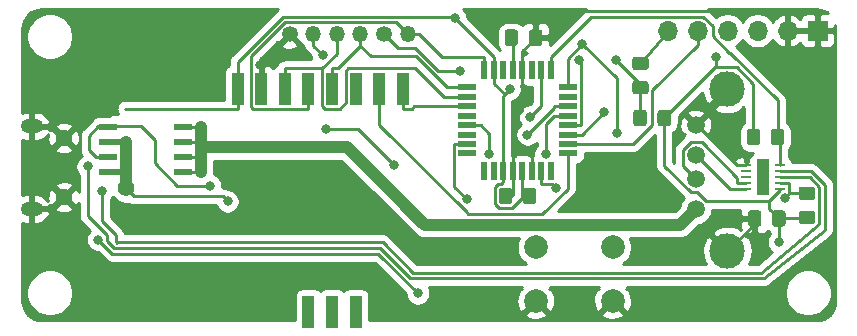
<source format=gbr>
G04 #@! TF.GenerationSoftware,KiCad,Pcbnew,(5.1.9-0-10_14)*
G04 #@! TF.CreationDate,2021-03-28T22:25:10+02:00*
G04 #@! TF.ProjectId,HB-ES-PMSw1-USB,48422d45-532d-4504-9d53-77312d555342,rev?*
G04 #@! TF.SameCoordinates,Original*
G04 #@! TF.FileFunction,Copper,L2,Bot*
G04 #@! TF.FilePolarity,Positive*
%FSLAX46Y46*%
G04 Gerber Fmt 4.6, Leading zero omitted, Abs format (unit mm)*
G04 Created by KiCad (PCBNEW (5.1.9-0-10_14)) date 2021-03-28 22:25:10*
%MOMM*%
%LPD*%
G01*
G04 APERTURE LIST*
G04 #@! TA.AperFunction,ComponentPad*
%ADD10O,1.900000X1.200000*%
G04 #@! TD*
G04 #@! TA.AperFunction,ComponentPad*
%ADD11C,1.450000*%
G04 #@! TD*
G04 #@! TA.AperFunction,SMDPad,CuDef*
%ADD12R,1.625600X0.609600*%
G04 #@! TD*
G04 #@! TA.AperFunction,SMDPad,CuDef*
%ADD13R,1.000000X2.750000*%
G04 #@! TD*
G04 #@! TA.AperFunction,SMDPad,CuDef*
%ADD14R,1.050000X3.010000*%
G04 #@! TD*
G04 #@! TA.AperFunction,SMDPad,CuDef*
%ADD15R,0.840000X0.260000*%
G04 #@! TD*
G04 #@! TA.AperFunction,SMDPad,CuDef*
%ADD16O,1.350000X1.350000*%
G04 #@! TD*
G04 #@! TA.AperFunction,ComponentPad*
%ADD17C,1.350000*%
G04 #@! TD*
G04 #@! TA.AperFunction,ComponentPad*
%ADD18O,1.700000X1.700000*%
G04 #@! TD*
G04 #@! TA.AperFunction,ComponentPad*
%ADD19R,1.700000X1.700000*%
G04 #@! TD*
G04 #@! TA.AperFunction,SMDPad,CuDef*
%ADD20R,1.600000X0.550000*%
G04 #@! TD*
G04 #@! TA.AperFunction,SMDPad,CuDef*
%ADD21R,0.550000X1.600000*%
G04 #@! TD*
G04 #@! TA.AperFunction,ComponentPad*
%ADD22C,2.000000*%
G04 #@! TD*
G04 #@! TA.AperFunction,ComponentPad*
%ADD23C,1.500000*%
G04 #@! TD*
G04 #@! TA.AperFunction,ComponentPad*
%ADD24C,3.000000*%
G04 #@! TD*
G04 #@! TA.AperFunction,ViaPad*
%ADD25C,0.800000*%
G04 #@! TD*
G04 #@! TA.AperFunction,ViaPad*
%ADD26C,1.400000*%
G04 #@! TD*
G04 #@! TA.AperFunction,Conductor*
%ADD27C,0.250000*%
G04 #@! TD*
G04 #@! TA.AperFunction,Conductor*
%ADD28C,1.000000*%
G04 #@! TD*
G04 #@! TA.AperFunction,Conductor*
%ADD29C,0.500000*%
G04 #@! TD*
G04 #@! TA.AperFunction,Conductor*
%ADD30C,0.254000*%
G04 #@! TD*
G04 #@! TA.AperFunction,Conductor*
%ADD31C,0.100000*%
G04 #@! TD*
G04 APERTURE END LIST*
D10*
X28862500Y-51600000D03*
X28862500Y-44600000D03*
D11*
X31562500Y-50600000D03*
X31562500Y-45600000D03*
G04 #@! TA.AperFunction,SMDPad,CuDef*
G36*
G01*
X69550000Y-50049999D02*
X69550000Y-50950001D01*
G75*
G02*
X69300001Y-51200000I-249999J0D01*
G01*
X68649999Y-51200000D01*
G75*
G02*
X68400000Y-50950001I0J249999D01*
G01*
X68400000Y-50049999D01*
G75*
G02*
X68649999Y-49800000I249999J0D01*
G01*
X69300001Y-49800000D01*
G75*
G02*
X69550000Y-50049999I0J-249999D01*
G01*
G37*
G04 #@! TD.AperFunction*
G04 #@! TA.AperFunction,SMDPad,CuDef*
G36*
G01*
X71600000Y-50049999D02*
X71600000Y-50950001D01*
G75*
G02*
X71350001Y-51200000I-249999J0D01*
G01*
X70699999Y-51200000D01*
G75*
G02*
X70450000Y-50950001I0J249999D01*
G01*
X70450000Y-50049999D01*
G75*
G02*
X70699999Y-49800000I249999J0D01*
G01*
X71350001Y-49800000D01*
G75*
G02*
X71600000Y-50049999I0J-249999D01*
G01*
G37*
G04 #@! TD.AperFunction*
D12*
X41710000Y-48440000D03*
X41710000Y-47170000D03*
X41710000Y-45900000D03*
X41710000Y-44630000D03*
X35360000Y-44630000D03*
X35360000Y-45900000D03*
X35360000Y-47170000D03*
X35360000Y-48440000D03*
D13*
X60300000Y-41400000D03*
X58300000Y-41400000D03*
X56300000Y-41400000D03*
X56300000Y-60300000D03*
X54300000Y-41400000D03*
X54300000Y-60300000D03*
X52300000Y-41400000D03*
X52300000Y-60300000D03*
X50300000Y-41400000D03*
X48300000Y-41400000D03*
X46300000Y-41400000D03*
G04 #@! TA.AperFunction,SMDPad,CuDef*
G36*
G01*
X94049999Y-51750000D02*
X94950001Y-51750000D01*
G75*
G02*
X95200000Y-51999999I0J-249999D01*
G01*
X95200000Y-52650001D01*
G75*
G02*
X94950001Y-52900000I-249999J0D01*
G01*
X94049999Y-52900000D01*
G75*
G02*
X93800000Y-52650001I0J249999D01*
G01*
X93800000Y-51999999D01*
G75*
G02*
X94049999Y-51750000I249999J0D01*
G01*
G37*
G04 #@! TD.AperFunction*
G04 #@! TA.AperFunction,SMDPad,CuDef*
G36*
G01*
X94049999Y-49700000D02*
X94950001Y-49700000D01*
G75*
G02*
X95200000Y-49949999I0J-249999D01*
G01*
X95200000Y-50600001D01*
G75*
G02*
X94950001Y-50850000I-249999J0D01*
G01*
X94049999Y-50850000D01*
G75*
G02*
X93800000Y-50600001I0J249999D01*
G01*
X93800000Y-49949999D01*
G75*
G02*
X94049999Y-49700000I249999J0D01*
G01*
G37*
G04 #@! TD.AperFunction*
G04 #@! TA.AperFunction,SMDPad,CuDef*
G36*
G01*
X90550000Y-45049999D02*
X90550000Y-45950001D01*
G75*
G02*
X90300001Y-46200000I-249999J0D01*
G01*
X89649999Y-46200000D01*
G75*
G02*
X89400000Y-45950001I0J249999D01*
G01*
X89400000Y-45049999D01*
G75*
G02*
X89649999Y-44800000I249999J0D01*
G01*
X90300001Y-44800000D01*
G75*
G02*
X90550000Y-45049999I0J-249999D01*
G01*
G37*
G04 #@! TD.AperFunction*
G04 #@! TA.AperFunction,SMDPad,CuDef*
G36*
G01*
X92600000Y-45049999D02*
X92600000Y-45950001D01*
G75*
G02*
X92350001Y-46200000I-249999J0D01*
G01*
X91699999Y-46200000D01*
G75*
G02*
X91450000Y-45950001I0J249999D01*
G01*
X91450000Y-45049999D01*
G75*
G02*
X91699999Y-44800000I249999J0D01*
G01*
X92350001Y-44800000D01*
G75*
G02*
X92600000Y-45049999I0J-249999D01*
G01*
G37*
G04 #@! TD.AperFunction*
G04 #@! TA.AperFunction,SMDPad,CuDef*
G36*
G01*
X90650000Y-51949999D02*
X90650000Y-52850001D01*
G75*
G02*
X90400001Y-53100000I-249999J0D01*
G01*
X89749999Y-53100000D01*
G75*
G02*
X89500000Y-52850001I0J249999D01*
G01*
X89500000Y-51949999D01*
G75*
G02*
X89749999Y-51700000I249999J0D01*
G01*
X90400001Y-51700000D01*
G75*
G02*
X90650000Y-51949999I0J-249999D01*
G01*
G37*
G04 #@! TD.AperFunction*
G04 #@! TA.AperFunction,SMDPad,CuDef*
G36*
G01*
X92700000Y-51949999D02*
X92700000Y-52850001D01*
G75*
G02*
X92450001Y-53100000I-249999J0D01*
G01*
X91799999Y-53100000D01*
G75*
G02*
X91550000Y-52850001I0J249999D01*
G01*
X91550000Y-51949999D01*
G75*
G02*
X91799999Y-51700000I249999J0D01*
G01*
X92450001Y-51700000D01*
G75*
G02*
X92700000Y-51949999I0J-249999D01*
G01*
G37*
G04 #@! TD.AperFunction*
D14*
X90800000Y-48900000D03*
D15*
X92235000Y-49900000D03*
X92235000Y-49400000D03*
X92235000Y-48900000D03*
X92235000Y-48400000D03*
X92235000Y-47900000D03*
X89365000Y-47900000D03*
X89365000Y-48400000D03*
X89365000Y-48900000D03*
X89365000Y-49400000D03*
X89365000Y-49900000D03*
D16*
X60700000Y-36800000D03*
D17*
X58700000Y-36800000D03*
D16*
X56700000Y-36800000D03*
X54700000Y-36800000D03*
X52700000Y-36800000D03*
D17*
X50700000Y-36800000D03*
D18*
X82700000Y-36500000D03*
X85240000Y-36500000D03*
X87780000Y-36500000D03*
X90320000Y-36500000D03*
X92860000Y-36500000D03*
D19*
X95400000Y-36500000D03*
D20*
X74250000Y-46900000D03*
X74250000Y-46100000D03*
X74250000Y-45300000D03*
X74250000Y-44500000D03*
X74250000Y-43700000D03*
X74250000Y-42900000D03*
X74250000Y-42100000D03*
X74250000Y-41300000D03*
D21*
X72800000Y-39850000D03*
X72000000Y-39850000D03*
X71200000Y-39850000D03*
X70400000Y-39850000D03*
X69600000Y-39850000D03*
X68800000Y-39850000D03*
X68000000Y-39850000D03*
X67200000Y-39850000D03*
D20*
X65750000Y-41300000D03*
X65750000Y-42100000D03*
X65750000Y-42900000D03*
X65750000Y-43700000D03*
X65750000Y-44500000D03*
X65750000Y-45300000D03*
X65750000Y-46100000D03*
X65750000Y-46900000D03*
D21*
X67200000Y-48350000D03*
X68000000Y-48350000D03*
X68800000Y-48350000D03*
X69600000Y-48350000D03*
X70400000Y-48350000D03*
X71200000Y-48350000D03*
X72000000Y-48350000D03*
X72800000Y-48350000D03*
D22*
X78050000Y-54850000D03*
X78050000Y-59350000D03*
X71550000Y-54850000D03*
X71550000Y-59350000D03*
G04 #@! TA.AperFunction,SMDPad,CuDef*
G36*
G01*
X80950000Y-43449999D02*
X80950000Y-44350001D01*
G75*
G02*
X80700001Y-44600000I-249999J0D01*
G01*
X80049999Y-44600000D01*
G75*
G02*
X79800000Y-44350001I0J249999D01*
G01*
X79800000Y-43449999D01*
G75*
G02*
X80049999Y-43200000I249999J0D01*
G01*
X80700001Y-43200000D01*
G75*
G02*
X80950000Y-43449999I0J-249999D01*
G01*
G37*
G04 #@! TD.AperFunction*
G04 #@! TA.AperFunction,SMDPad,CuDef*
G36*
G01*
X83000000Y-43449999D02*
X83000000Y-44350001D01*
G75*
G02*
X82750001Y-44600000I-249999J0D01*
G01*
X82099999Y-44600000D01*
G75*
G02*
X81850000Y-44350001I0J249999D01*
G01*
X81850000Y-43449999D01*
G75*
G02*
X82099999Y-43200000I249999J0D01*
G01*
X82750001Y-43200000D01*
G75*
G02*
X83000000Y-43449999I0J-249999D01*
G01*
G37*
G04 #@! TD.AperFunction*
D23*
X85100000Y-44490000D03*
X85100000Y-47030000D03*
X85100000Y-49060000D03*
X85100000Y-51600000D03*
D24*
X87770000Y-41440000D03*
X87770000Y-55160000D03*
G04 #@! TA.AperFunction,SMDPad,CuDef*
G36*
G01*
X79949999Y-40750000D02*
X80850001Y-40750000D01*
G75*
G02*
X81100000Y-40999999I0J-249999D01*
G01*
X81100000Y-41650001D01*
G75*
G02*
X80850001Y-41900000I-249999J0D01*
G01*
X79949999Y-41900000D01*
G75*
G02*
X79700000Y-41650001I0J249999D01*
G01*
X79700000Y-40999999D01*
G75*
G02*
X79949999Y-40750000I249999J0D01*
G01*
G37*
G04 #@! TD.AperFunction*
G04 #@! TA.AperFunction,SMDPad,CuDef*
G36*
G01*
X79949999Y-38700000D02*
X80850001Y-38700000D01*
G75*
G02*
X81100000Y-38949999I0J-249999D01*
G01*
X81100000Y-39600001D01*
G75*
G02*
X80850001Y-39850000I-249999J0D01*
G01*
X79949999Y-39850000D01*
G75*
G02*
X79700000Y-39600001I0J249999D01*
G01*
X79700000Y-38949999D01*
G75*
G02*
X79949999Y-38700000I249999J0D01*
G01*
G37*
G04 #@! TD.AperFunction*
G04 #@! TA.AperFunction,SMDPad,CuDef*
G36*
G01*
X70950000Y-37550001D02*
X70950000Y-36649999D01*
G75*
G02*
X71199999Y-36400000I249999J0D01*
G01*
X71850001Y-36400000D01*
G75*
G02*
X72100000Y-36649999I0J-249999D01*
G01*
X72100000Y-37550001D01*
G75*
G02*
X71850001Y-37800000I-249999J0D01*
G01*
X71199999Y-37800000D01*
G75*
G02*
X70950000Y-37550001I0J249999D01*
G01*
G37*
G04 #@! TD.AperFunction*
G04 #@! TA.AperFunction,SMDPad,CuDef*
G36*
G01*
X68900000Y-37550001D02*
X68900000Y-36649999D01*
G75*
G02*
X69149999Y-36400000I249999J0D01*
G01*
X69800001Y-36400000D01*
G75*
G02*
X70050000Y-36649999I0J-249999D01*
G01*
X70050000Y-37550001D01*
G75*
G02*
X69800001Y-37800000I-249999J0D01*
G01*
X69149999Y-37800000D01*
G75*
G02*
X68900000Y-37550001I0J249999D01*
G01*
G37*
G04 #@! TD.AperFunction*
D25*
X48202600Y-39369900D03*
X46600000Y-56600000D03*
X70105500Y-46719100D03*
X73450000Y-36400000D03*
X33400000Y-39350000D03*
X33400000Y-41100000D03*
X77600000Y-47900000D03*
X81650000Y-49900000D03*
X54750000Y-48050000D03*
X86798300Y-38770700D03*
X61567300Y-58736900D03*
X65099000Y-39937300D03*
X69329200Y-41474100D03*
X34483400Y-54183400D03*
X64687650Y-35412350D03*
X92150000Y-54400000D03*
X73258300Y-49791300D03*
X70830800Y-45303700D03*
X72387500Y-46941300D03*
X67626500Y-46941800D03*
X77350000Y-43400000D03*
X53509600Y-38604200D03*
X75198600Y-38986200D03*
X78350000Y-38950000D03*
X34800000Y-50100000D03*
X33600000Y-48000000D03*
X65716500Y-50790100D03*
X92605600Y-50661500D03*
X71068400Y-43776800D03*
X43963000Y-49628300D03*
D26*
X36860000Y-49840000D03*
D25*
X45450000Y-50950000D03*
X75500000Y-37611798D03*
X53800000Y-44800000D03*
X59550000Y-47850000D03*
X78400000Y-45150000D03*
D27*
X71525000Y-37100000D02*
X70400000Y-38225000D01*
X90421100Y-34869000D02*
X73756000Y-34869000D01*
X70400000Y-39850000D02*
X70400000Y-43211400D01*
X70400000Y-43211400D02*
X70343100Y-43268300D01*
X70105500Y-46719100D02*
X70105500Y-46719100D01*
X69745100Y-47079500D02*
X69745200Y-47079500D01*
X87770000Y-55160000D02*
X90075000Y-52855000D01*
X90075000Y-52855000D02*
X90075000Y-52400000D01*
X69745200Y-47079500D02*
X69600000Y-47224700D01*
X69600000Y-48350000D02*
X69600000Y-47224700D01*
X69600000Y-48350000D02*
X69600000Y-50375000D01*
X69600000Y-50375000D02*
X68975000Y-51000000D01*
X50700000Y-36800000D02*
X48202600Y-39297400D01*
X48202600Y-39297400D02*
X48202600Y-39369900D01*
X48300000Y-39699700D02*
X48300000Y-39467300D01*
X48300000Y-39467300D02*
X48202600Y-39369900D01*
X48300000Y-41400000D02*
X48300000Y-39699700D01*
X85209700Y-44490000D02*
X88619700Y-47900000D01*
X85100000Y-44490000D02*
X85209700Y-44490000D01*
X85209700Y-44490000D02*
X87770000Y-41929700D01*
X87770000Y-41929700D02*
X87770000Y-41440000D01*
X89365000Y-47900000D02*
X88619700Y-47900000D01*
X94224700Y-36500000D02*
X92860000Y-36500000D01*
X95400000Y-36500000D02*
X94224700Y-36500000D01*
X71200000Y-48350000D02*
X71200000Y-47224700D01*
X70105500Y-46719100D02*
X69745100Y-47079500D01*
X70400000Y-39850000D02*
X70400000Y-38400000D01*
X73756000Y-36094000D02*
X73450000Y-36400000D01*
X73756000Y-34869000D02*
X73756000Y-36094000D01*
X70105500Y-43505900D02*
X70400000Y-43211400D01*
X86798300Y-39604400D02*
X88585300Y-39604400D01*
X88585300Y-39604400D02*
X89975000Y-40994100D01*
X89975000Y-40994100D02*
X89975000Y-45500000D01*
X82425000Y-43900000D02*
X86720600Y-39604400D01*
X86720600Y-39604400D02*
X86798300Y-39604400D01*
X86798300Y-39604400D02*
X86798300Y-38770700D01*
X91295800Y-50936700D02*
X85969300Y-50936700D01*
X85969300Y-50936700D02*
X85203300Y-50170700D01*
X85203300Y-50170700D02*
X84661900Y-50170700D01*
X84661900Y-50170700D02*
X82425000Y-47933800D01*
X82425000Y-47933800D02*
X82425000Y-43900000D01*
X46300000Y-43100300D02*
X36804200Y-43100300D01*
X92125000Y-52400000D02*
X94425000Y-52400000D01*
X94425000Y-52400000D02*
X94500000Y-52325000D01*
X91295800Y-50936700D02*
X91295800Y-51570800D01*
X91295800Y-51570800D02*
X92125000Y-52400000D01*
X91295800Y-50936700D02*
X92235000Y-49997500D01*
X92235000Y-49997500D02*
X92235000Y-49900000D01*
X68800000Y-48350000D02*
X68800000Y-47224700D01*
X68914000Y-41889300D02*
X68800000Y-42003300D01*
X68800000Y-42003300D02*
X68800000Y-47224700D01*
X70641000Y-51000000D02*
X71025000Y-51000000D01*
X70400000Y-49475300D02*
X70400000Y-50375000D01*
X46300000Y-41400000D02*
X46300000Y-43100300D01*
X70400000Y-48350000D02*
X70400000Y-49475300D01*
X65099000Y-39937300D02*
X63277900Y-39937300D01*
X63277900Y-39937300D02*
X61300200Y-37959600D01*
X61300200Y-37959600D02*
X59859600Y-37959600D01*
X59859600Y-37959600D02*
X58700000Y-36800000D01*
X46300000Y-41400000D02*
X46300000Y-39699700D01*
X68914000Y-41889300D02*
X69329200Y-41474100D01*
X68914000Y-41889300D02*
X68000000Y-40975300D01*
X68000000Y-39850000D02*
X68000000Y-40975300D01*
X68000000Y-38724700D02*
X64687650Y-35412350D01*
X64611700Y-35336400D02*
X50106000Y-35336400D01*
X50106000Y-35336400D02*
X46300000Y-39142400D01*
X46300000Y-39142400D02*
X46300000Y-39699700D01*
X68000000Y-39850000D02*
X68000000Y-38724700D01*
X68411820Y-51525010D02*
X69574990Y-51525010D01*
X68074990Y-51188180D02*
X68411820Y-51525010D01*
X70600000Y-50500000D02*
X70700000Y-50400000D01*
X70400000Y-50700000D02*
X70400000Y-50500000D01*
X69574990Y-51525010D02*
X70400000Y-50700000D01*
X70400000Y-50500000D02*
X71025000Y-51000000D01*
X70400000Y-50375000D02*
X70400000Y-50500000D01*
X68324999Y-49475001D02*
X68624999Y-49475001D01*
X68074990Y-49725010D02*
X68324999Y-49475001D01*
X68074990Y-51188180D02*
X68074990Y-49725010D01*
X68624999Y-49475001D02*
X68800000Y-49300000D01*
X68800000Y-49300000D02*
X68800000Y-48500000D01*
X34483400Y-54183400D02*
X34483400Y-54183400D01*
X35687400Y-55387400D02*
X34483400Y-54183400D01*
X58217800Y-55387400D02*
X35687400Y-55387400D01*
X61567300Y-58736900D02*
X58217800Y-55387400D01*
X64687650Y-35412350D02*
X64611700Y-35336400D01*
X92125000Y-54375000D02*
X92150000Y-54400000D01*
X92125000Y-52400000D02*
X92125000Y-54375000D01*
X69600000Y-39850000D02*
X69600000Y-37225000D01*
X69600000Y-37225000D02*
X69475000Y-37100000D01*
X82700000Y-36500000D02*
X80400000Y-39300000D01*
X72000000Y-48350000D02*
X72000000Y-49475300D01*
X72000000Y-49475300D02*
X72942300Y-49475300D01*
X72942300Y-49475300D02*
X73258300Y-49791300D01*
X74250000Y-42900000D02*
X73124700Y-42900000D01*
X73124700Y-42900000D02*
X73124700Y-43009800D01*
X73124700Y-43009800D02*
X70830800Y-45303700D01*
X73124700Y-43700000D02*
X72387500Y-44437200D01*
X72387500Y-44437200D02*
X72387500Y-46941300D01*
X74250000Y-43700000D02*
X73124700Y-43700000D01*
X66875300Y-44500000D02*
X67626500Y-45251200D01*
X67626500Y-45251200D02*
X67626500Y-46941800D01*
X65750000Y-44500000D02*
X66875300Y-44500000D01*
X60300000Y-41400000D02*
X60300000Y-43100300D01*
X65750000Y-42900000D02*
X61225500Y-42900000D01*
X61225500Y-42900000D02*
X61025200Y-43100300D01*
X61025200Y-43100300D02*
X60300000Y-43100300D01*
X53439900Y-39699700D02*
X54700000Y-38439600D01*
X54700000Y-38439600D02*
X54700000Y-37800300D01*
X50300000Y-39699700D02*
X53439900Y-39699700D01*
X53439900Y-39699700D02*
X53439900Y-42881600D01*
X53439900Y-42881600D02*
X53658700Y-43100400D01*
X53658700Y-43100400D02*
X54947800Y-43100400D01*
X54947800Y-43100400D02*
X55474600Y-42573600D01*
X55474600Y-42573600D02*
X55474600Y-39890300D01*
X55474600Y-39890300D02*
X55674600Y-39690300D01*
X55674600Y-39690300D02*
X61332400Y-39690300D01*
X61332400Y-39690300D02*
X63742100Y-42100000D01*
X63742100Y-42100000D02*
X65750000Y-42100000D01*
X50300000Y-41400000D02*
X50300000Y-39699700D01*
X54700000Y-36800000D02*
X54700000Y-37800300D01*
X60700000Y-36800000D02*
X61700300Y-36800000D01*
X67200000Y-39850000D02*
X67200000Y-38724700D01*
X67200000Y-38724700D02*
X63625000Y-38724700D01*
X63625000Y-38724700D02*
X61700300Y-36800000D01*
X60700000Y-36800000D02*
X59686800Y-35786800D01*
X59686800Y-35786800D02*
X50292500Y-35786800D01*
X50292500Y-35786800D02*
X47451400Y-38627900D01*
X47451400Y-38627900D02*
X47451400Y-42925000D01*
X47451400Y-42925000D02*
X47626700Y-43100300D01*
X47626700Y-43100300D02*
X52300000Y-43100300D01*
X52300000Y-41400000D02*
X52300000Y-43100300D01*
X56700000Y-37800300D02*
X54800600Y-39699700D01*
X54800600Y-39699700D02*
X54300000Y-39699700D01*
X65750000Y-41300000D02*
X64003700Y-41300000D01*
X64003700Y-41300000D02*
X61383100Y-38679400D01*
X61383100Y-38679400D02*
X57579100Y-38679400D01*
X57579100Y-38679400D02*
X56700000Y-37800300D01*
X56700000Y-36800000D02*
X56700000Y-37800300D01*
X54300000Y-41400000D02*
X54300000Y-39699700D01*
X58300000Y-41400000D02*
X58300000Y-44451600D01*
X65841000Y-52041000D02*
X65600000Y-51800000D01*
X74250000Y-49870900D02*
X72079900Y-52041000D01*
X74250000Y-46900000D02*
X74250000Y-49870900D01*
X72079900Y-52041000D02*
X65841000Y-52041000D01*
X58300000Y-44451600D02*
X65600000Y-51800000D01*
X85240000Y-36500000D02*
X85240000Y-37675300D01*
X85240000Y-37675300D02*
X81426400Y-41488900D01*
X81426400Y-41488900D02*
X81426400Y-44463200D01*
X81426400Y-44463200D02*
X79789600Y-46100000D01*
X79789600Y-46100000D02*
X74250000Y-46100000D01*
X75450000Y-45300000D02*
X77350000Y-43400000D01*
X74250000Y-45300000D02*
X75450000Y-45300000D01*
X52700000Y-36800000D02*
X52700000Y-37800300D01*
X53509600Y-38604200D02*
X52705700Y-37800300D01*
X52705700Y-37800300D02*
X52700000Y-37800300D01*
X80350000Y-41300000D02*
X80375000Y-43900000D01*
X75375300Y-44500000D02*
X74250000Y-44500000D01*
X75375300Y-39162900D02*
X75375300Y-44500000D01*
X75198600Y-38986200D02*
X75375300Y-39162900D01*
X80400000Y-41325000D02*
X80400000Y-41000000D01*
X80400000Y-41000000D02*
X78350000Y-38950000D01*
X78350000Y-38950000D02*
X78350000Y-38950000D01*
X34800000Y-50100000D02*
X34800000Y-52600000D01*
X36000000Y-54400000D02*
X36049990Y-54449990D01*
X36000000Y-53800000D02*
X36000000Y-54400000D01*
X34800000Y-52600000D02*
X36000000Y-53800000D01*
X94731500Y-48900000D02*
X92235000Y-48900000D01*
X95555300Y-49723800D02*
X94731500Y-48900000D01*
X95555300Y-52901200D02*
X95555300Y-49723800D01*
X90600000Y-57005300D02*
X95555300Y-52901200D01*
X61176220Y-57005300D02*
X90600000Y-57005300D01*
X58570920Y-54400000D02*
X61176220Y-57005300D01*
X36000000Y-54400000D02*
X58570920Y-54400000D01*
X33600000Y-49973002D02*
X33600000Y-48000000D01*
X35208401Y-54271991D02*
X35208401Y-53808401D01*
X35836410Y-54900000D02*
X35208401Y-54271991D01*
X58366810Y-54900000D02*
X35836410Y-54900000D01*
X60922510Y-57455700D02*
X58366810Y-54900000D01*
X90850000Y-57455700D02*
X60922510Y-57455700D01*
X96018100Y-53350000D02*
X90850000Y-57455700D01*
X96018100Y-49549700D02*
X96018100Y-53350000D01*
X35208401Y-53808401D02*
X33600000Y-52200000D01*
X94868400Y-48400000D02*
X96018100Y-49549700D01*
X33600000Y-52200000D02*
X33600000Y-49973002D01*
X92235000Y-48400000D02*
X94868400Y-48400000D01*
X85100000Y-47030000D02*
X87970000Y-49900000D01*
X87970000Y-49900000D02*
X89365000Y-49900000D01*
X89365000Y-49400000D02*
X88619700Y-49400000D01*
X85100000Y-49060000D02*
X84023600Y-47983600D01*
X84023600Y-47983600D02*
X84023600Y-46563800D01*
X84023600Y-46563800D02*
X84650800Y-45936600D01*
X84650800Y-45936600D02*
X85583000Y-45936600D01*
X85583000Y-45936600D02*
X88619700Y-48973300D01*
X88619700Y-48973300D02*
X88619700Y-49400000D01*
X64624700Y-46100000D02*
X64624700Y-49698300D01*
X64624700Y-49698300D02*
X65716500Y-50790100D01*
X65750000Y-46100000D02*
X64624700Y-46100000D01*
X72800000Y-39850000D02*
X72800000Y-38724700D01*
X72800000Y-38724700D02*
X76200100Y-35324600D01*
X76200100Y-35324600D02*
X85728800Y-35324600D01*
X85728800Y-35324600D02*
X86510000Y-36105800D01*
X86510000Y-36105800D02*
X86510000Y-36988800D01*
X86510000Y-36988800D02*
X87922500Y-38401300D01*
X87922500Y-38401300D02*
X88019800Y-38401300D01*
X88019800Y-38401300D02*
X92025000Y-42406500D01*
X92025000Y-42406500D02*
X92025000Y-45500000D01*
X92235000Y-47900000D02*
X92235000Y-45710000D01*
X92235000Y-45710000D02*
X92025000Y-45500000D01*
X72000000Y-39850000D02*
X72000000Y-42845200D01*
X72000000Y-42845200D02*
X71068400Y-43776800D01*
X92235000Y-49400000D02*
X92980300Y-49400000D01*
X92980400Y-50275000D02*
X92980400Y-50286700D01*
X92980400Y-50286700D02*
X92605600Y-50661500D01*
X92980300Y-49400000D02*
X92980300Y-50274900D01*
X92980300Y-50274900D02*
X92980400Y-50275000D01*
X92980400Y-50275000D02*
X94500000Y-50275000D01*
X33700000Y-46572800D02*
X34297200Y-47170000D01*
X33700000Y-45400000D02*
X33700000Y-46572800D01*
X34500000Y-44600000D02*
X33700000Y-45400000D01*
X38100000Y-44600000D02*
X34500000Y-44600000D01*
X34297200Y-47170000D02*
X35360000Y-47170000D01*
X43963000Y-49628300D02*
X41195698Y-49628300D01*
X39300000Y-47732602D02*
X39300000Y-45800000D01*
X39300000Y-45800000D02*
X38100000Y-44600000D01*
X41195698Y-49628300D02*
X39300000Y-47732602D01*
D28*
X36890000Y-48440000D02*
X36890000Y-45900000D01*
D29*
X35360000Y-45900000D02*
X36900000Y-45900000D01*
X35360000Y-48440000D02*
X36900000Y-48440000D01*
D27*
X45039999Y-50539999D02*
X45450000Y-50950000D01*
X37559999Y-50539999D02*
X45039999Y-50539999D01*
X36860000Y-49840000D02*
X37559999Y-50539999D01*
D28*
X36860000Y-48440000D02*
X36860000Y-49840000D01*
X58977931Y-49767391D02*
X61955270Y-52744730D01*
X83781500Y-52918500D02*
X62129040Y-52918500D01*
X62129040Y-52918500D02*
X58977931Y-49767391D01*
X85100000Y-51600000D02*
X83781500Y-52918500D01*
X58967391Y-49767391D02*
X58977931Y-49767391D01*
X55566600Y-46366600D02*
X58967391Y-49767391D01*
X43200000Y-46366600D02*
X55566600Y-46366600D01*
D27*
X43130000Y-44630000D02*
X43200000Y-44700000D01*
X41710000Y-44630000D02*
X43130000Y-44630000D01*
X43100000Y-45900000D02*
X43200000Y-46000000D01*
X41710000Y-45900000D02*
X43100000Y-45900000D01*
D28*
X43200000Y-46000000D02*
X43200000Y-46366600D01*
X43200000Y-44700000D02*
X43200000Y-46000000D01*
D27*
X43130000Y-47170000D02*
X43200000Y-47100000D01*
X41710000Y-47170000D02*
X43130000Y-47170000D01*
D28*
X43200000Y-47100000D02*
X43200000Y-48500000D01*
X43200000Y-46366600D02*
X43200000Y-47100000D01*
D27*
X43140000Y-48440000D02*
X43200000Y-48500000D01*
X41710000Y-48440000D02*
X43140000Y-48440000D01*
X74250000Y-38861798D02*
X75500000Y-37611798D01*
X74250000Y-41300000D02*
X74250000Y-38861798D01*
X75500000Y-37611798D02*
X75500000Y-37611798D01*
X53800000Y-44800000D02*
X56500000Y-44800000D01*
X56500000Y-44800000D02*
X59550000Y-47850000D01*
X59550000Y-47850000D02*
X59550000Y-47850000D01*
X78400000Y-40511798D02*
X75500000Y-37611798D01*
X78400000Y-45150000D02*
X78400000Y-40511798D01*
D30*
X49681724Y-34701426D02*
X49565999Y-34796399D01*
X49542201Y-34825397D01*
X45789003Y-38578596D01*
X45759999Y-38602399D01*
X45723562Y-38646798D01*
X45665026Y-38718124D01*
X45597530Y-38844400D01*
X45594454Y-38850154D01*
X45550997Y-38993415D01*
X45540000Y-39105068D01*
X45540000Y-39105078D01*
X45536324Y-39142400D01*
X45540000Y-39179722D01*
X45540000Y-39443954D01*
X45445506Y-39494463D01*
X45348815Y-39573815D01*
X45269463Y-39670506D01*
X45210498Y-39780820D01*
X45174188Y-39900518D01*
X45161928Y-40025000D01*
X45161928Y-42340300D01*
X36766867Y-42340300D01*
X36655214Y-42351297D01*
X36511953Y-42394754D01*
X36379924Y-42465326D01*
X36264199Y-42560299D01*
X36169226Y-42676024D01*
X36098654Y-42808053D01*
X36055197Y-42951314D01*
X36040523Y-43100300D01*
X36055197Y-43249286D01*
X36098654Y-43392547D01*
X36169226Y-43524576D01*
X36208967Y-43573000D01*
X35650000Y-43573000D01*
X35625224Y-43575440D01*
X35601399Y-43582667D01*
X35579443Y-43594403D01*
X35560197Y-43610197D01*
X35544403Y-43629443D01*
X35532667Y-43651399D01*
X35525440Y-43675224D01*
X35524268Y-43687128D01*
X34547200Y-43687128D01*
X34422718Y-43699388D01*
X34303020Y-43735698D01*
X34192706Y-43794663D01*
X34096015Y-43874015D01*
X34016663Y-43970706D01*
X33975917Y-44046936D01*
X33959999Y-44059999D01*
X33936201Y-44088998D01*
X33189002Y-44836197D01*
X33159999Y-44859999D01*
X33125580Y-44901939D01*
X33065026Y-44975724D01*
X33024407Y-45051716D01*
X32994454Y-45107754D01*
X32950997Y-45251015D01*
X32940000Y-45362668D01*
X32940000Y-45362678D01*
X32936324Y-45400000D01*
X32940000Y-45437323D01*
X32940001Y-46535468D01*
X32936324Y-46572800D01*
X32940001Y-46610133D01*
X32950998Y-46721786D01*
X32959254Y-46749002D01*
X32994454Y-46865046D01*
X33065026Y-46997076D01*
X33128872Y-47074872D01*
X33109744Y-47082795D01*
X32940226Y-47196063D01*
X32796063Y-47340226D01*
X32682795Y-47509744D01*
X32604774Y-47698102D01*
X32565000Y-47898061D01*
X32565000Y-48101939D01*
X32604774Y-48301898D01*
X32682795Y-48490256D01*
X32796063Y-48659774D01*
X32840001Y-48703712D01*
X32840000Y-50010334D01*
X32840001Y-50010344D01*
X32840001Y-50133525D01*
X32795109Y-50009900D01*
X32737950Y-49902965D01*
X32501633Y-49840472D01*
X31742105Y-50600000D01*
X32501633Y-51359528D01*
X32737950Y-51297035D01*
X32840001Y-51078614D01*
X32840000Y-52162677D01*
X32836324Y-52200000D01*
X32840000Y-52237322D01*
X32840000Y-52237332D01*
X32850997Y-52348985D01*
X32870744Y-52414082D01*
X32894454Y-52492246D01*
X32965026Y-52624276D01*
X33003259Y-52670863D01*
X33059999Y-52740001D01*
X33089003Y-52763804D01*
X33764144Y-53438945D01*
X33679463Y-53523626D01*
X33566195Y-53693144D01*
X33488174Y-53881502D01*
X33448400Y-54081461D01*
X33448400Y-54285339D01*
X33488174Y-54485298D01*
X33566195Y-54673656D01*
X33679463Y-54843174D01*
X33823626Y-54987337D01*
X33993144Y-55100605D01*
X34181502Y-55178626D01*
X34381461Y-55218400D01*
X34443599Y-55218400D01*
X35123600Y-55898402D01*
X35147399Y-55927401D01*
X35176397Y-55951199D01*
X35263123Y-56022374D01*
X35395153Y-56092946D01*
X35538414Y-56136403D01*
X35650067Y-56147400D01*
X35650076Y-56147400D01*
X35687399Y-56151076D01*
X35724722Y-56147400D01*
X57902999Y-56147400D01*
X60532300Y-58776702D01*
X60532300Y-58838839D01*
X60572074Y-59038798D01*
X60650095Y-59227156D01*
X60763363Y-59396674D01*
X60907526Y-59540837D01*
X61077044Y-59654105D01*
X61265402Y-59732126D01*
X61465361Y-59771900D01*
X61669239Y-59771900D01*
X61869198Y-59732126D01*
X62057556Y-59654105D01*
X62227074Y-59540837D01*
X62371237Y-59396674D01*
X62484505Y-59227156D01*
X62562526Y-59038798D01*
X62602300Y-58838839D01*
X62602300Y-58634961D01*
X62562526Y-58435002D01*
X62484505Y-58246644D01*
X62463829Y-58215700D01*
X70361742Y-58215700D01*
X70298917Y-58278525D01*
X70414585Y-58394193D01*
X70150186Y-58489956D01*
X70009296Y-58779571D01*
X69927616Y-59091108D01*
X69908282Y-59412595D01*
X69952039Y-59731675D01*
X70057205Y-60036088D01*
X70150186Y-60210044D01*
X70414587Y-60305808D01*
X71370395Y-59350000D01*
X71356253Y-59335858D01*
X71535858Y-59156253D01*
X71550000Y-59170395D01*
X71564143Y-59156253D01*
X71743748Y-59335858D01*
X71729605Y-59350000D01*
X72685413Y-60305808D01*
X72949814Y-60210044D01*
X73090704Y-59920429D01*
X73172384Y-59608892D01*
X73191718Y-59287405D01*
X73147961Y-58968325D01*
X73042795Y-58663912D01*
X72949814Y-58489956D01*
X72685415Y-58394193D01*
X72801083Y-58278525D01*
X72738258Y-58215700D01*
X76861742Y-58215700D01*
X76798917Y-58278525D01*
X76914585Y-58394193D01*
X76650186Y-58489956D01*
X76509296Y-58779571D01*
X76427616Y-59091108D01*
X76408282Y-59412595D01*
X76452039Y-59731675D01*
X76557205Y-60036088D01*
X76650186Y-60210044D01*
X76914587Y-60305808D01*
X77870395Y-59350000D01*
X77856253Y-59335858D01*
X78035858Y-59156253D01*
X78050000Y-59170395D01*
X78064143Y-59156253D01*
X78243748Y-59335858D01*
X78229605Y-59350000D01*
X79185413Y-60305808D01*
X79449814Y-60210044D01*
X79590704Y-59920429D01*
X79672384Y-59608892D01*
X79691718Y-59287405D01*
X79647961Y-58968325D01*
X79542795Y-58663912D01*
X79457586Y-58504495D01*
X92615000Y-58504495D01*
X92615000Y-58895505D01*
X92691282Y-59279003D01*
X92840915Y-59640250D01*
X93058149Y-59965364D01*
X93334636Y-60241851D01*
X93659750Y-60459085D01*
X94020997Y-60608718D01*
X94404495Y-60685000D01*
X94795505Y-60685000D01*
X95179003Y-60608718D01*
X95540250Y-60459085D01*
X95865364Y-60241851D01*
X96141851Y-59965364D01*
X96359085Y-59640250D01*
X96508718Y-59279003D01*
X96585000Y-58895505D01*
X96585000Y-58504495D01*
X96508718Y-58120997D01*
X96359085Y-57759750D01*
X96141851Y-57434636D01*
X95865364Y-57158149D01*
X95540250Y-56940915D01*
X95179003Y-56791282D01*
X94795505Y-56715000D01*
X94404495Y-56715000D01*
X94020997Y-56791282D01*
X93659750Y-56940915D01*
X93334636Y-57158149D01*
X93058149Y-57434636D01*
X92840915Y-57759750D01*
X92691282Y-58120997D01*
X92615000Y-58504495D01*
X79457586Y-58504495D01*
X79449814Y-58489956D01*
X79185415Y-58394193D01*
X79301083Y-58278525D01*
X79238258Y-58215700D01*
X90844032Y-58215700D01*
X90912770Y-58216792D01*
X90955622Y-58208974D01*
X90998986Y-58204703D01*
X91029096Y-58195569D01*
X91060045Y-58189923D01*
X91100546Y-58173896D01*
X91142247Y-58161246D01*
X91170006Y-58146408D01*
X91199249Y-58134836D01*
X91235842Y-58111218D01*
X91274276Y-58090674D01*
X91327483Y-58047008D01*
X96437006Y-53987844D01*
X96442376Y-53984974D01*
X96495551Y-53941334D01*
X96520076Y-53921851D01*
X96524424Y-53917639D01*
X96558101Y-53890001D01*
X96578059Y-53865681D01*
X96600659Y-53843789D01*
X96625439Y-53807949D01*
X96653074Y-53774276D01*
X96667903Y-53746533D01*
X96685799Y-53720650D01*
X96703108Y-53680670D01*
X96723646Y-53642247D01*
X96732780Y-53612135D01*
X96745279Y-53583266D01*
X96754455Y-53540681D01*
X96767103Y-53498986D01*
X96770187Y-53467672D01*
X96776814Y-53436918D01*
X96777506Y-53393365D01*
X96778100Y-53387333D01*
X96778100Y-53355968D01*
X96779192Y-53287230D01*
X96778100Y-53281245D01*
X96778100Y-49587022D01*
X96781776Y-49549699D01*
X96778100Y-49512376D01*
X96778100Y-49512367D01*
X96767103Y-49400714D01*
X96723646Y-49257453D01*
X96653074Y-49125424D01*
X96558101Y-49009699D01*
X96529104Y-48985902D01*
X95432204Y-47889003D01*
X95408401Y-47859999D01*
X95292676Y-47765026D01*
X95160647Y-47694454D01*
X95017386Y-47650997D01*
X94905733Y-47640000D01*
X94905722Y-47640000D01*
X94868400Y-47636324D01*
X94831078Y-47640000D01*
X93279138Y-47640000D01*
X93244502Y-47525820D01*
X93185537Y-47415506D01*
X93106185Y-47318815D01*
X93009494Y-47239463D01*
X92995000Y-47231716D01*
X92995000Y-46557201D01*
X93088405Y-46443387D01*
X93170472Y-46289851D01*
X93221008Y-46123255D01*
X93238072Y-45950001D01*
X93238072Y-45049999D01*
X93221008Y-44876745D01*
X93170472Y-44710149D01*
X93088405Y-44556613D01*
X92977962Y-44422038D01*
X92843387Y-44311595D01*
X92785000Y-44280386D01*
X92785000Y-42443822D01*
X92788676Y-42406499D01*
X92785000Y-42369176D01*
X92785000Y-42369167D01*
X92774003Y-42257514D01*
X92730546Y-42114253D01*
X92659974Y-41982224D01*
X92565001Y-41866499D01*
X92536004Y-41842702D01*
X88583604Y-37890303D01*
X88559801Y-37861299D01*
X88495086Y-37808189D01*
X88726632Y-37653475D01*
X88933475Y-37446632D01*
X89050000Y-37272240D01*
X89166525Y-37446632D01*
X89373368Y-37653475D01*
X89616589Y-37815990D01*
X89886842Y-37927932D01*
X90173740Y-37985000D01*
X90466260Y-37985000D01*
X90753158Y-37927932D01*
X91023411Y-37815990D01*
X91266632Y-37653475D01*
X91473475Y-37446632D01*
X91595195Y-37264466D01*
X91664822Y-37381355D01*
X91859731Y-37597588D01*
X92093080Y-37771641D01*
X92355901Y-37896825D01*
X92503110Y-37941476D01*
X92733000Y-37820155D01*
X92733000Y-36627000D01*
X92987000Y-36627000D01*
X92987000Y-37820155D01*
X93216890Y-37941476D01*
X93364099Y-37896825D01*
X93626920Y-37771641D01*
X93860269Y-37597588D01*
X93936034Y-37513534D01*
X93960498Y-37594180D01*
X94019463Y-37704494D01*
X94098815Y-37801185D01*
X94195506Y-37880537D01*
X94305820Y-37939502D01*
X94425518Y-37975812D01*
X94550000Y-37988072D01*
X95114250Y-37985000D01*
X95273000Y-37826250D01*
X95273000Y-36627000D01*
X95527000Y-36627000D01*
X95527000Y-37826250D01*
X95685750Y-37985000D01*
X96250000Y-37988072D01*
X96374482Y-37975812D01*
X96494180Y-37939502D01*
X96604494Y-37880537D01*
X96701185Y-37801185D01*
X96780537Y-37704494D01*
X96839502Y-37594180D01*
X96875812Y-37474482D01*
X96888072Y-37350000D01*
X96885000Y-36785750D01*
X96726250Y-36627000D01*
X95527000Y-36627000D01*
X95273000Y-36627000D01*
X92987000Y-36627000D01*
X92733000Y-36627000D01*
X92713000Y-36627000D01*
X92713000Y-36373000D01*
X92733000Y-36373000D01*
X92733000Y-35179845D01*
X92987000Y-35179845D01*
X92987000Y-36373000D01*
X95273000Y-36373000D01*
X95273000Y-35173750D01*
X95114250Y-35015000D01*
X94550000Y-35011928D01*
X94425518Y-35024188D01*
X94305820Y-35060498D01*
X94195506Y-35119463D01*
X94098815Y-35198815D01*
X94019463Y-35295506D01*
X93960498Y-35405820D01*
X93936034Y-35486466D01*
X93860269Y-35402412D01*
X93626920Y-35228359D01*
X93364099Y-35103175D01*
X93216890Y-35058524D01*
X92987000Y-35179845D01*
X92733000Y-35179845D01*
X92503110Y-35058524D01*
X92355901Y-35103175D01*
X92093080Y-35228359D01*
X91859731Y-35402412D01*
X91664822Y-35618645D01*
X91595195Y-35735534D01*
X91473475Y-35553368D01*
X91266632Y-35346525D01*
X91023411Y-35184010D01*
X90753158Y-35072068D01*
X90466260Y-35015000D01*
X90173740Y-35015000D01*
X89886842Y-35072068D01*
X89616589Y-35184010D01*
X89373368Y-35346525D01*
X89166525Y-35553368D01*
X89050000Y-35727760D01*
X88933475Y-35553368D01*
X88726632Y-35346525D01*
X88483411Y-35184010D01*
X88213158Y-35072068D01*
X87926260Y-35015000D01*
X87633740Y-35015000D01*
X87346842Y-35072068D01*
X87076589Y-35184010D01*
X86833368Y-35346525D01*
X86829447Y-35350446D01*
X86292603Y-34813602D01*
X86268801Y-34784599D01*
X86153076Y-34689626D01*
X86144420Y-34684999D01*
X95266495Y-34684999D01*
X95613050Y-34718979D01*
X95914178Y-34809895D01*
X96191907Y-34957566D01*
X96259738Y-35012887D01*
X96250000Y-35011928D01*
X95685750Y-35015000D01*
X95527000Y-35173750D01*
X95527000Y-36373000D01*
X96726250Y-36373000D01*
X96885000Y-36214250D01*
X96885928Y-36043771D01*
X96915001Y-36320380D01*
X96915000Y-59366496D01*
X96881020Y-59713052D01*
X96790104Y-60014178D01*
X96642432Y-60291910D01*
X96443626Y-60535669D01*
X96201257Y-60736174D01*
X95924566Y-60885781D01*
X95624075Y-60978798D01*
X95279628Y-61015001D01*
X57438072Y-61015001D01*
X57438072Y-60485413D01*
X70594192Y-60485413D01*
X70689956Y-60749814D01*
X70979571Y-60890704D01*
X71291108Y-60972384D01*
X71612595Y-60991718D01*
X71931675Y-60947961D01*
X72236088Y-60842795D01*
X72410044Y-60749814D01*
X72505808Y-60485413D01*
X77094192Y-60485413D01*
X77189956Y-60749814D01*
X77479571Y-60890704D01*
X77791108Y-60972384D01*
X78112595Y-60991718D01*
X78431675Y-60947961D01*
X78736088Y-60842795D01*
X78910044Y-60749814D01*
X79005808Y-60485413D01*
X78050000Y-59529605D01*
X77094192Y-60485413D01*
X72505808Y-60485413D01*
X71550000Y-59529605D01*
X70594192Y-60485413D01*
X57438072Y-60485413D01*
X57438072Y-58925000D01*
X57425812Y-58800518D01*
X57389502Y-58680820D01*
X57330537Y-58570506D01*
X57251185Y-58473815D01*
X57154494Y-58394463D01*
X57044180Y-58335498D01*
X56924482Y-58299188D01*
X56800000Y-58286928D01*
X55800000Y-58286928D01*
X55675518Y-58299188D01*
X55555820Y-58335498D01*
X55445506Y-58394463D01*
X55348815Y-58473815D01*
X55300000Y-58533296D01*
X55251185Y-58473815D01*
X55154494Y-58394463D01*
X55044180Y-58335498D01*
X54924482Y-58299188D01*
X54800000Y-58286928D01*
X53800000Y-58286928D01*
X53675518Y-58299188D01*
X53555820Y-58335498D01*
X53445506Y-58394463D01*
X53348815Y-58473815D01*
X53300000Y-58533296D01*
X53251185Y-58473815D01*
X53154494Y-58394463D01*
X53044180Y-58335498D01*
X52924482Y-58299188D01*
X52800000Y-58286928D01*
X51800000Y-58286928D01*
X51675518Y-58299188D01*
X51555820Y-58335498D01*
X51445506Y-58394463D01*
X51348815Y-58473815D01*
X51269463Y-58570506D01*
X51210498Y-58680820D01*
X51174188Y-58800518D01*
X51161928Y-58925000D01*
X51161928Y-61015001D01*
X29733504Y-61015001D01*
X29386948Y-60981021D01*
X29085822Y-60890105D01*
X28808090Y-60742433D01*
X28564331Y-60543627D01*
X28363826Y-60301258D01*
X28214219Y-60024567D01*
X28121202Y-59724076D01*
X28084998Y-59379620D01*
X28084998Y-58504495D01*
X28415000Y-58504495D01*
X28415000Y-58895505D01*
X28491282Y-59279003D01*
X28640915Y-59640250D01*
X28858149Y-59965364D01*
X29134636Y-60241851D01*
X29459750Y-60459085D01*
X29820997Y-60608718D01*
X30204495Y-60685000D01*
X30595505Y-60685000D01*
X30979003Y-60608718D01*
X31340250Y-60459085D01*
X31665364Y-60241851D01*
X31941851Y-59965364D01*
X32159085Y-59640250D01*
X32308718Y-59279003D01*
X32385000Y-58895505D01*
X32385000Y-58504495D01*
X32308718Y-58120997D01*
X32159085Y-57759750D01*
X31941851Y-57434636D01*
X31665364Y-57158149D01*
X31340250Y-56940915D01*
X30979003Y-56791282D01*
X30595505Y-56715000D01*
X30204495Y-56715000D01*
X29820997Y-56791282D01*
X29459750Y-56940915D01*
X29134636Y-57158149D01*
X28858149Y-57434636D01*
X28640915Y-57759750D01*
X28491282Y-58120997D01*
X28415000Y-58504495D01*
X28084998Y-58504495D01*
X28084999Y-52760497D01*
X28147004Y-52786493D01*
X28385500Y-52835000D01*
X28735500Y-52835000D01*
X28735500Y-51727000D01*
X28989500Y-51727000D01*
X28989500Y-52835000D01*
X29339500Y-52835000D01*
X29577996Y-52786493D01*
X29802446Y-52692390D01*
X30004225Y-52556307D01*
X30175578Y-52383474D01*
X30309921Y-52180533D01*
X30402091Y-51955282D01*
X30405962Y-51917609D01*
X30281231Y-51727000D01*
X28989500Y-51727000D01*
X28735500Y-51727000D01*
X28715500Y-51727000D01*
X28715500Y-51539133D01*
X30802972Y-51539133D01*
X30865465Y-51775450D01*
X31108178Y-51888850D01*
X31368349Y-51952719D01*
X31635982Y-51964604D01*
X31900791Y-51924048D01*
X32152600Y-51832609D01*
X32259535Y-51775450D01*
X32322028Y-51539133D01*
X31562500Y-50779605D01*
X30802972Y-51539133D01*
X28715500Y-51539133D01*
X28715500Y-51473000D01*
X28735500Y-51473000D01*
X28735500Y-50365000D01*
X28989500Y-50365000D01*
X28989500Y-51473000D01*
X30281231Y-51473000D01*
X30395003Y-51299138D01*
X30623367Y-51359528D01*
X31382895Y-50600000D01*
X30623367Y-49840472D01*
X30387050Y-49902965D01*
X30273650Y-50145678D01*
X30209781Y-50405849D01*
X30197896Y-50673482D01*
X30233115Y-50903442D01*
X30175578Y-50816526D01*
X30004225Y-50643693D01*
X29802446Y-50507610D01*
X29577996Y-50413507D01*
X29339500Y-50365000D01*
X28989500Y-50365000D01*
X28735500Y-50365000D01*
X28385500Y-50365000D01*
X28147004Y-50413507D01*
X28084999Y-50439503D01*
X28084999Y-49660867D01*
X30802972Y-49660867D01*
X31562500Y-50420395D01*
X32322028Y-49660867D01*
X32259535Y-49424550D01*
X32016822Y-49311150D01*
X31756651Y-49247281D01*
X31489018Y-49235396D01*
X31224209Y-49275952D01*
X30972400Y-49367391D01*
X30865465Y-49424550D01*
X30802972Y-49660867D01*
X28084999Y-49660867D01*
X28084999Y-46539133D01*
X30802972Y-46539133D01*
X30865465Y-46775450D01*
X31108178Y-46888850D01*
X31368349Y-46952719D01*
X31635982Y-46964604D01*
X31900791Y-46924048D01*
X32152600Y-46832609D01*
X32259535Y-46775450D01*
X32322028Y-46539133D01*
X31562500Y-45779605D01*
X30802972Y-46539133D01*
X28084999Y-46539133D01*
X28084999Y-45760497D01*
X28147004Y-45786493D01*
X28385500Y-45835000D01*
X28735500Y-45835000D01*
X28735500Y-44727000D01*
X28989500Y-44727000D01*
X28989500Y-45835000D01*
X29339500Y-45835000D01*
X29577996Y-45786493D01*
X29802446Y-45692390D01*
X30004225Y-45556307D01*
X30175578Y-45383474D01*
X30238671Y-45288164D01*
X30209781Y-45405849D01*
X30197896Y-45673482D01*
X30238452Y-45938291D01*
X30329891Y-46190100D01*
X30387050Y-46297035D01*
X30623367Y-46359528D01*
X31382895Y-45600000D01*
X31742105Y-45600000D01*
X32501633Y-46359528D01*
X32737950Y-46297035D01*
X32851350Y-46054322D01*
X32915219Y-45794151D01*
X32927104Y-45526518D01*
X32886548Y-45261709D01*
X32795109Y-45009900D01*
X32737950Y-44902965D01*
X32501633Y-44840472D01*
X31742105Y-45600000D01*
X31382895Y-45600000D01*
X30623367Y-44840472D01*
X30395003Y-44900862D01*
X30281231Y-44727000D01*
X28989500Y-44727000D01*
X28735500Y-44727000D01*
X28715500Y-44727000D01*
X28715500Y-44660867D01*
X30802972Y-44660867D01*
X31562500Y-45420395D01*
X32322028Y-44660867D01*
X32259535Y-44424550D01*
X32016822Y-44311150D01*
X31756651Y-44247281D01*
X31489018Y-44235396D01*
X31224209Y-44275952D01*
X30972400Y-44367391D01*
X30865465Y-44424550D01*
X30802972Y-44660867D01*
X28715500Y-44660867D01*
X28715500Y-44473000D01*
X28735500Y-44473000D01*
X28735500Y-43365000D01*
X28989500Y-43365000D01*
X28989500Y-44473000D01*
X30281231Y-44473000D01*
X30405962Y-44282391D01*
X30402091Y-44244718D01*
X30309921Y-44019467D01*
X30175578Y-43816526D01*
X30004225Y-43643693D01*
X29802446Y-43507610D01*
X29577996Y-43413507D01*
X29339500Y-43365000D01*
X28989500Y-43365000D01*
X28735500Y-43365000D01*
X28385500Y-43365000D01*
X28147004Y-43413507D01*
X28084999Y-43439503D01*
X28084999Y-36804495D01*
X28415000Y-36804495D01*
X28415000Y-37195505D01*
X28491282Y-37579003D01*
X28640915Y-37940250D01*
X28858149Y-38265364D01*
X29134636Y-38541851D01*
X29459750Y-38759085D01*
X29820997Y-38908718D01*
X30204495Y-38985000D01*
X30595505Y-38985000D01*
X30979003Y-38908718D01*
X31340250Y-38759085D01*
X31665364Y-38541851D01*
X31941851Y-38265364D01*
X32159085Y-37940250D01*
X32308718Y-37579003D01*
X32385000Y-37195505D01*
X32385000Y-36804495D01*
X32308718Y-36420997D01*
X32159085Y-36059750D01*
X31941851Y-35734636D01*
X31665364Y-35458149D01*
X31340250Y-35240915D01*
X30979003Y-35091282D01*
X30595505Y-35015000D01*
X30204495Y-35015000D01*
X29820997Y-35091282D01*
X29459750Y-35240915D01*
X29134636Y-35458149D01*
X28858149Y-35734636D01*
X28640915Y-36059750D01*
X28491282Y-36420997D01*
X28415000Y-36804495D01*
X28084999Y-36804495D01*
X28085000Y-36333504D01*
X28118980Y-35986949D01*
X28209896Y-35685821D01*
X28357567Y-35408092D01*
X28556374Y-35164331D01*
X28798742Y-34963827D01*
X29075435Y-34814219D01*
X29375925Y-34721202D01*
X29720372Y-34684999D01*
X49712456Y-34684999D01*
X49681724Y-34701426D01*
G04 #@! TA.AperFunction,Conductor*
D31*
G36*
X49681724Y-34701426D02*
G01*
X49565999Y-34796399D01*
X49542201Y-34825397D01*
X45789003Y-38578596D01*
X45759999Y-38602399D01*
X45723562Y-38646798D01*
X45665026Y-38718124D01*
X45597530Y-38844400D01*
X45594454Y-38850154D01*
X45550997Y-38993415D01*
X45540000Y-39105068D01*
X45540000Y-39105078D01*
X45536324Y-39142400D01*
X45540000Y-39179722D01*
X45540000Y-39443954D01*
X45445506Y-39494463D01*
X45348815Y-39573815D01*
X45269463Y-39670506D01*
X45210498Y-39780820D01*
X45174188Y-39900518D01*
X45161928Y-40025000D01*
X45161928Y-42340300D01*
X36766867Y-42340300D01*
X36655214Y-42351297D01*
X36511953Y-42394754D01*
X36379924Y-42465326D01*
X36264199Y-42560299D01*
X36169226Y-42676024D01*
X36098654Y-42808053D01*
X36055197Y-42951314D01*
X36040523Y-43100300D01*
X36055197Y-43249286D01*
X36098654Y-43392547D01*
X36169226Y-43524576D01*
X36208967Y-43573000D01*
X35650000Y-43573000D01*
X35625224Y-43575440D01*
X35601399Y-43582667D01*
X35579443Y-43594403D01*
X35560197Y-43610197D01*
X35544403Y-43629443D01*
X35532667Y-43651399D01*
X35525440Y-43675224D01*
X35524268Y-43687128D01*
X34547200Y-43687128D01*
X34422718Y-43699388D01*
X34303020Y-43735698D01*
X34192706Y-43794663D01*
X34096015Y-43874015D01*
X34016663Y-43970706D01*
X33975917Y-44046936D01*
X33959999Y-44059999D01*
X33936201Y-44088998D01*
X33189002Y-44836197D01*
X33159999Y-44859999D01*
X33125580Y-44901939D01*
X33065026Y-44975724D01*
X33024407Y-45051716D01*
X32994454Y-45107754D01*
X32950997Y-45251015D01*
X32940000Y-45362668D01*
X32940000Y-45362678D01*
X32936324Y-45400000D01*
X32940000Y-45437323D01*
X32940001Y-46535468D01*
X32936324Y-46572800D01*
X32940001Y-46610133D01*
X32950998Y-46721786D01*
X32959254Y-46749002D01*
X32994454Y-46865046D01*
X33065026Y-46997076D01*
X33128872Y-47074872D01*
X33109744Y-47082795D01*
X32940226Y-47196063D01*
X32796063Y-47340226D01*
X32682795Y-47509744D01*
X32604774Y-47698102D01*
X32565000Y-47898061D01*
X32565000Y-48101939D01*
X32604774Y-48301898D01*
X32682795Y-48490256D01*
X32796063Y-48659774D01*
X32840001Y-48703712D01*
X32840000Y-50010334D01*
X32840001Y-50010344D01*
X32840001Y-50133525D01*
X32795109Y-50009900D01*
X32737950Y-49902965D01*
X32501633Y-49840472D01*
X31742105Y-50600000D01*
X32501633Y-51359528D01*
X32737950Y-51297035D01*
X32840001Y-51078614D01*
X32840000Y-52162677D01*
X32836324Y-52200000D01*
X32840000Y-52237322D01*
X32840000Y-52237332D01*
X32850997Y-52348985D01*
X32870744Y-52414082D01*
X32894454Y-52492246D01*
X32965026Y-52624276D01*
X33003259Y-52670863D01*
X33059999Y-52740001D01*
X33089003Y-52763804D01*
X33764144Y-53438945D01*
X33679463Y-53523626D01*
X33566195Y-53693144D01*
X33488174Y-53881502D01*
X33448400Y-54081461D01*
X33448400Y-54285339D01*
X33488174Y-54485298D01*
X33566195Y-54673656D01*
X33679463Y-54843174D01*
X33823626Y-54987337D01*
X33993144Y-55100605D01*
X34181502Y-55178626D01*
X34381461Y-55218400D01*
X34443599Y-55218400D01*
X35123600Y-55898402D01*
X35147399Y-55927401D01*
X35176397Y-55951199D01*
X35263123Y-56022374D01*
X35395153Y-56092946D01*
X35538414Y-56136403D01*
X35650067Y-56147400D01*
X35650076Y-56147400D01*
X35687399Y-56151076D01*
X35724722Y-56147400D01*
X57902999Y-56147400D01*
X60532300Y-58776702D01*
X60532300Y-58838839D01*
X60572074Y-59038798D01*
X60650095Y-59227156D01*
X60763363Y-59396674D01*
X60907526Y-59540837D01*
X61077044Y-59654105D01*
X61265402Y-59732126D01*
X61465361Y-59771900D01*
X61669239Y-59771900D01*
X61869198Y-59732126D01*
X62057556Y-59654105D01*
X62227074Y-59540837D01*
X62371237Y-59396674D01*
X62484505Y-59227156D01*
X62562526Y-59038798D01*
X62602300Y-58838839D01*
X62602300Y-58634961D01*
X62562526Y-58435002D01*
X62484505Y-58246644D01*
X62463829Y-58215700D01*
X70361742Y-58215700D01*
X70298917Y-58278525D01*
X70414585Y-58394193D01*
X70150186Y-58489956D01*
X70009296Y-58779571D01*
X69927616Y-59091108D01*
X69908282Y-59412595D01*
X69952039Y-59731675D01*
X70057205Y-60036088D01*
X70150186Y-60210044D01*
X70414587Y-60305808D01*
X71370395Y-59350000D01*
X71356253Y-59335858D01*
X71535858Y-59156253D01*
X71550000Y-59170395D01*
X71564143Y-59156253D01*
X71743748Y-59335858D01*
X71729605Y-59350000D01*
X72685413Y-60305808D01*
X72949814Y-60210044D01*
X73090704Y-59920429D01*
X73172384Y-59608892D01*
X73191718Y-59287405D01*
X73147961Y-58968325D01*
X73042795Y-58663912D01*
X72949814Y-58489956D01*
X72685415Y-58394193D01*
X72801083Y-58278525D01*
X72738258Y-58215700D01*
X76861742Y-58215700D01*
X76798917Y-58278525D01*
X76914585Y-58394193D01*
X76650186Y-58489956D01*
X76509296Y-58779571D01*
X76427616Y-59091108D01*
X76408282Y-59412595D01*
X76452039Y-59731675D01*
X76557205Y-60036088D01*
X76650186Y-60210044D01*
X76914587Y-60305808D01*
X77870395Y-59350000D01*
X77856253Y-59335858D01*
X78035858Y-59156253D01*
X78050000Y-59170395D01*
X78064143Y-59156253D01*
X78243748Y-59335858D01*
X78229605Y-59350000D01*
X79185413Y-60305808D01*
X79449814Y-60210044D01*
X79590704Y-59920429D01*
X79672384Y-59608892D01*
X79691718Y-59287405D01*
X79647961Y-58968325D01*
X79542795Y-58663912D01*
X79457586Y-58504495D01*
X92615000Y-58504495D01*
X92615000Y-58895505D01*
X92691282Y-59279003D01*
X92840915Y-59640250D01*
X93058149Y-59965364D01*
X93334636Y-60241851D01*
X93659750Y-60459085D01*
X94020997Y-60608718D01*
X94404495Y-60685000D01*
X94795505Y-60685000D01*
X95179003Y-60608718D01*
X95540250Y-60459085D01*
X95865364Y-60241851D01*
X96141851Y-59965364D01*
X96359085Y-59640250D01*
X96508718Y-59279003D01*
X96585000Y-58895505D01*
X96585000Y-58504495D01*
X96508718Y-58120997D01*
X96359085Y-57759750D01*
X96141851Y-57434636D01*
X95865364Y-57158149D01*
X95540250Y-56940915D01*
X95179003Y-56791282D01*
X94795505Y-56715000D01*
X94404495Y-56715000D01*
X94020997Y-56791282D01*
X93659750Y-56940915D01*
X93334636Y-57158149D01*
X93058149Y-57434636D01*
X92840915Y-57759750D01*
X92691282Y-58120997D01*
X92615000Y-58504495D01*
X79457586Y-58504495D01*
X79449814Y-58489956D01*
X79185415Y-58394193D01*
X79301083Y-58278525D01*
X79238258Y-58215700D01*
X90844032Y-58215700D01*
X90912770Y-58216792D01*
X90955622Y-58208974D01*
X90998986Y-58204703D01*
X91029096Y-58195569D01*
X91060045Y-58189923D01*
X91100546Y-58173896D01*
X91142247Y-58161246D01*
X91170006Y-58146408D01*
X91199249Y-58134836D01*
X91235842Y-58111218D01*
X91274276Y-58090674D01*
X91327483Y-58047008D01*
X96437006Y-53987844D01*
X96442376Y-53984974D01*
X96495551Y-53941334D01*
X96520076Y-53921851D01*
X96524424Y-53917639D01*
X96558101Y-53890001D01*
X96578059Y-53865681D01*
X96600659Y-53843789D01*
X96625439Y-53807949D01*
X96653074Y-53774276D01*
X96667903Y-53746533D01*
X96685799Y-53720650D01*
X96703108Y-53680670D01*
X96723646Y-53642247D01*
X96732780Y-53612135D01*
X96745279Y-53583266D01*
X96754455Y-53540681D01*
X96767103Y-53498986D01*
X96770187Y-53467672D01*
X96776814Y-53436918D01*
X96777506Y-53393365D01*
X96778100Y-53387333D01*
X96778100Y-53355968D01*
X96779192Y-53287230D01*
X96778100Y-53281245D01*
X96778100Y-49587022D01*
X96781776Y-49549699D01*
X96778100Y-49512376D01*
X96778100Y-49512367D01*
X96767103Y-49400714D01*
X96723646Y-49257453D01*
X96653074Y-49125424D01*
X96558101Y-49009699D01*
X96529104Y-48985902D01*
X95432204Y-47889003D01*
X95408401Y-47859999D01*
X95292676Y-47765026D01*
X95160647Y-47694454D01*
X95017386Y-47650997D01*
X94905733Y-47640000D01*
X94905722Y-47640000D01*
X94868400Y-47636324D01*
X94831078Y-47640000D01*
X93279138Y-47640000D01*
X93244502Y-47525820D01*
X93185537Y-47415506D01*
X93106185Y-47318815D01*
X93009494Y-47239463D01*
X92995000Y-47231716D01*
X92995000Y-46557201D01*
X93088405Y-46443387D01*
X93170472Y-46289851D01*
X93221008Y-46123255D01*
X93238072Y-45950001D01*
X93238072Y-45049999D01*
X93221008Y-44876745D01*
X93170472Y-44710149D01*
X93088405Y-44556613D01*
X92977962Y-44422038D01*
X92843387Y-44311595D01*
X92785000Y-44280386D01*
X92785000Y-42443822D01*
X92788676Y-42406499D01*
X92785000Y-42369176D01*
X92785000Y-42369167D01*
X92774003Y-42257514D01*
X92730546Y-42114253D01*
X92659974Y-41982224D01*
X92565001Y-41866499D01*
X92536004Y-41842702D01*
X88583604Y-37890303D01*
X88559801Y-37861299D01*
X88495086Y-37808189D01*
X88726632Y-37653475D01*
X88933475Y-37446632D01*
X89050000Y-37272240D01*
X89166525Y-37446632D01*
X89373368Y-37653475D01*
X89616589Y-37815990D01*
X89886842Y-37927932D01*
X90173740Y-37985000D01*
X90466260Y-37985000D01*
X90753158Y-37927932D01*
X91023411Y-37815990D01*
X91266632Y-37653475D01*
X91473475Y-37446632D01*
X91595195Y-37264466D01*
X91664822Y-37381355D01*
X91859731Y-37597588D01*
X92093080Y-37771641D01*
X92355901Y-37896825D01*
X92503110Y-37941476D01*
X92733000Y-37820155D01*
X92733000Y-36627000D01*
X92987000Y-36627000D01*
X92987000Y-37820155D01*
X93216890Y-37941476D01*
X93364099Y-37896825D01*
X93626920Y-37771641D01*
X93860269Y-37597588D01*
X93936034Y-37513534D01*
X93960498Y-37594180D01*
X94019463Y-37704494D01*
X94098815Y-37801185D01*
X94195506Y-37880537D01*
X94305820Y-37939502D01*
X94425518Y-37975812D01*
X94550000Y-37988072D01*
X95114250Y-37985000D01*
X95273000Y-37826250D01*
X95273000Y-36627000D01*
X95527000Y-36627000D01*
X95527000Y-37826250D01*
X95685750Y-37985000D01*
X96250000Y-37988072D01*
X96374482Y-37975812D01*
X96494180Y-37939502D01*
X96604494Y-37880537D01*
X96701185Y-37801185D01*
X96780537Y-37704494D01*
X96839502Y-37594180D01*
X96875812Y-37474482D01*
X96888072Y-37350000D01*
X96885000Y-36785750D01*
X96726250Y-36627000D01*
X95527000Y-36627000D01*
X95273000Y-36627000D01*
X92987000Y-36627000D01*
X92733000Y-36627000D01*
X92713000Y-36627000D01*
X92713000Y-36373000D01*
X92733000Y-36373000D01*
X92733000Y-35179845D01*
X92987000Y-35179845D01*
X92987000Y-36373000D01*
X95273000Y-36373000D01*
X95273000Y-35173750D01*
X95114250Y-35015000D01*
X94550000Y-35011928D01*
X94425518Y-35024188D01*
X94305820Y-35060498D01*
X94195506Y-35119463D01*
X94098815Y-35198815D01*
X94019463Y-35295506D01*
X93960498Y-35405820D01*
X93936034Y-35486466D01*
X93860269Y-35402412D01*
X93626920Y-35228359D01*
X93364099Y-35103175D01*
X93216890Y-35058524D01*
X92987000Y-35179845D01*
X92733000Y-35179845D01*
X92503110Y-35058524D01*
X92355901Y-35103175D01*
X92093080Y-35228359D01*
X91859731Y-35402412D01*
X91664822Y-35618645D01*
X91595195Y-35735534D01*
X91473475Y-35553368D01*
X91266632Y-35346525D01*
X91023411Y-35184010D01*
X90753158Y-35072068D01*
X90466260Y-35015000D01*
X90173740Y-35015000D01*
X89886842Y-35072068D01*
X89616589Y-35184010D01*
X89373368Y-35346525D01*
X89166525Y-35553368D01*
X89050000Y-35727760D01*
X88933475Y-35553368D01*
X88726632Y-35346525D01*
X88483411Y-35184010D01*
X88213158Y-35072068D01*
X87926260Y-35015000D01*
X87633740Y-35015000D01*
X87346842Y-35072068D01*
X87076589Y-35184010D01*
X86833368Y-35346525D01*
X86829447Y-35350446D01*
X86292603Y-34813602D01*
X86268801Y-34784599D01*
X86153076Y-34689626D01*
X86144420Y-34684999D01*
X95266495Y-34684999D01*
X95613050Y-34718979D01*
X95914178Y-34809895D01*
X96191907Y-34957566D01*
X96259738Y-35012887D01*
X96250000Y-35011928D01*
X95685750Y-35015000D01*
X95527000Y-35173750D01*
X95527000Y-36373000D01*
X96726250Y-36373000D01*
X96885000Y-36214250D01*
X96885928Y-36043771D01*
X96915001Y-36320380D01*
X96915000Y-59366496D01*
X96881020Y-59713052D01*
X96790104Y-60014178D01*
X96642432Y-60291910D01*
X96443626Y-60535669D01*
X96201257Y-60736174D01*
X95924566Y-60885781D01*
X95624075Y-60978798D01*
X95279628Y-61015001D01*
X57438072Y-61015001D01*
X57438072Y-60485413D01*
X70594192Y-60485413D01*
X70689956Y-60749814D01*
X70979571Y-60890704D01*
X71291108Y-60972384D01*
X71612595Y-60991718D01*
X71931675Y-60947961D01*
X72236088Y-60842795D01*
X72410044Y-60749814D01*
X72505808Y-60485413D01*
X77094192Y-60485413D01*
X77189956Y-60749814D01*
X77479571Y-60890704D01*
X77791108Y-60972384D01*
X78112595Y-60991718D01*
X78431675Y-60947961D01*
X78736088Y-60842795D01*
X78910044Y-60749814D01*
X79005808Y-60485413D01*
X78050000Y-59529605D01*
X77094192Y-60485413D01*
X72505808Y-60485413D01*
X71550000Y-59529605D01*
X70594192Y-60485413D01*
X57438072Y-60485413D01*
X57438072Y-58925000D01*
X57425812Y-58800518D01*
X57389502Y-58680820D01*
X57330537Y-58570506D01*
X57251185Y-58473815D01*
X57154494Y-58394463D01*
X57044180Y-58335498D01*
X56924482Y-58299188D01*
X56800000Y-58286928D01*
X55800000Y-58286928D01*
X55675518Y-58299188D01*
X55555820Y-58335498D01*
X55445506Y-58394463D01*
X55348815Y-58473815D01*
X55300000Y-58533296D01*
X55251185Y-58473815D01*
X55154494Y-58394463D01*
X55044180Y-58335498D01*
X54924482Y-58299188D01*
X54800000Y-58286928D01*
X53800000Y-58286928D01*
X53675518Y-58299188D01*
X53555820Y-58335498D01*
X53445506Y-58394463D01*
X53348815Y-58473815D01*
X53300000Y-58533296D01*
X53251185Y-58473815D01*
X53154494Y-58394463D01*
X53044180Y-58335498D01*
X52924482Y-58299188D01*
X52800000Y-58286928D01*
X51800000Y-58286928D01*
X51675518Y-58299188D01*
X51555820Y-58335498D01*
X51445506Y-58394463D01*
X51348815Y-58473815D01*
X51269463Y-58570506D01*
X51210498Y-58680820D01*
X51174188Y-58800518D01*
X51161928Y-58925000D01*
X51161928Y-61015001D01*
X29733504Y-61015001D01*
X29386948Y-60981021D01*
X29085822Y-60890105D01*
X28808090Y-60742433D01*
X28564331Y-60543627D01*
X28363826Y-60301258D01*
X28214219Y-60024567D01*
X28121202Y-59724076D01*
X28084998Y-59379620D01*
X28084998Y-58504495D01*
X28415000Y-58504495D01*
X28415000Y-58895505D01*
X28491282Y-59279003D01*
X28640915Y-59640250D01*
X28858149Y-59965364D01*
X29134636Y-60241851D01*
X29459750Y-60459085D01*
X29820997Y-60608718D01*
X30204495Y-60685000D01*
X30595505Y-60685000D01*
X30979003Y-60608718D01*
X31340250Y-60459085D01*
X31665364Y-60241851D01*
X31941851Y-59965364D01*
X32159085Y-59640250D01*
X32308718Y-59279003D01*
X32385000Y-58895505D01*
X32385000Y-58504495D01*
X32308718Y-58120997D01*
X32159085Y-57759750D01*
X31941851Y-57434636D01*
X31665364Y-57158149D01*
X31340250Y-56940915D01*
X30979003Y-56791282D01*
X30595505Y-56715000D01*
X30204495Y-56715000D01*
X29820997Y-56791282D01*
X29459750Y-56940915D01*
X29134636Y-57158149D01*
X28858149Y-57434636D01*
X28640915Y-57759750D01*
X28491282Y-58120997D01*
X28415000Y-58504495D01*
X28084998Y-58504495D01*
X28084999Y-52760497D01*
X28147004Y-52786493D01*
X28385500Y-52835000D01*
X28735500Y-52835000D01*
X28735500Y-51727000D01*
X28989500Y-51727000D01*
X28989500Y-52835000D01*
X29339500Y-52835000D01*
X29577996Y-52786493D01*
X29802446Y-52692390D01*
X30004225Y-52556307D01*
X30175578Y-52383474D01*
X30309921Y-52180533D01*
X30402091Y-51955282D01*
X30405962Y-51917609D01*
X30281231Y-51727000D01*
X28989500Y-51727000D01*
X28735500Y-51727000D01*
X28715500Y-51727000D01*
X28715500Y-51539133D01*
X30802972Y-51539133D01*
X30865465Y-51775450D01*
X31108178Y-51888850D01*
X31368349Y-51952719D01*
X31635982Y-51964604D01*
X31900791Y-51924048D01*
X32152600Y-51832609D01*
X32259535Y-51775450D01*
X32322028Y-51539133D01*
X31562500Y-50779605D01*
X30802972Y-51539133D01*
X28715500Y-51539133D01*
X28715500Y-51473000D01*
X28735500Y-51473000D01*
X28735500Y-50365000D01*
X28989500Y-50365000D01*
X28989500Y-51473000D01*
X30281231Y-51473000D01*
X30395003Y-51299138D01*
X30623367Y-51359528D01*
X31382895Y-50600000D01*
X30623367Y-49840472D01*
X30387050Y-49902965D01*
X30273650Y-50145678D01*
X30209781Y-50405849D01*
X30197896Y-50673482D01*
X30233115Y-50903442D01*
X30175578Y-50816526D01*
X30004225Y-50643693D01*
X29802446Y-50507610D01*
X29577996Y-50413507D01*
X29339500Y-50365000D01*
X28989500Y-50365000D01*
X28735500Y-50365000D01*
X28385500Y-50365000D01*
X28147004Y-50413507D01*
X28084999Y-50439503D01*
X28084999Y-49660867D01*
X30802972Y-49660867D01*
X31562500Y-50420395D01*
X32322028Y-49660867D01*
X32259535Y-49424550D01*
X32016822Y-49311150D01*
X31756651Y-49247281D01*
X31489018Y-49235396D01*
X31224209Y-49275952D01*
X30972400Y-49367391D01*
X30865465Y-49424550D01*
X30802972Y-49660867D01*
X28084999Y-49660867D01*
X28084999Y-46539133D01*
X30802972Y-46539133D01*
X30865465Y-46775450D01*
X31108178Y-46888850D01*
X31368349Y-46952719D01*
X31635982Y-46964604D01*
X31900791Y-46924048D01*
X32152600Y-46832609D01*
X32259535Y-46775450D01*
X32322028Y-46539133D01*
X31562500Y-45779605D01*
X30802972Y-46539133D01*
X28084999Y-46539133D01*
X28084999Y-45760497D01*
X28147004Y-45786493D01*
X28385500Y-45835000D01*
X28735500Y-45835000D01*
X28735500Y-44727000D01*
X28989500Y-44727000D01*
X28989500Y-45835000D01*
X29339500Y-45835000D01*
X29577996Y-45786493D01*
X29802446Y-45692390D01*
X30004225Y-45556307D01*
X30175578Y-45383474D01*
X30238671Y-45288164D01*
X30209781Y-45405849D01*
X30197896Y-45673482D01*
X30238452Y-45938291D01*
X30329891Y-46190100D01*
X30387050Y-46297035D01*
X30623367Y-46359528D01*
X31382895Y-45600000D01*
X31742105Y-45600000D01*
X32501633Y-46359528D01*
X32737950Y-46297035D01*
X32851350Y-46054322D01*
X32915219Y-45794151D01*
X32927104Y-45526518D01*
X32886548Y-45261709D01*
X32795109Y-45009900D01*
X32737950Y-44902965D01*
X32501633Y-44840472D01*
X31742105Y-45600000D01*
X31382895Y-45600000D01*
X30623367Y-44840472D01*
X30395003Y-44900862D01*
X30281231Y-44727000D01*
X28989500Y-44727000D01*
X28735500Y-44727000D01*
X28715500Y-44727000D01*
X28715500Y-44660867D01*
X30802972Y-44660867D01*
X31562500Y-45420395D01*
X32322028Y-44660867D01*
X32259535Y-44424550D01*
X32016822Y-44311150D01*
X31756651Y-44247281D01*
X31489018Y-44235396D01*
X31224209Y-44275952D01*
X30972400Y-44367391D01*
X30865465Y-44424550D01*
X30802972Y-44660867D01*
X28715500Y-44660867D01*
X28715500Y-44473000D01*
X28735500Y-44473000D01*
X28735500Y-43365000D01*
X28989500Y-43365000D01*
X28989500Y-44473000D01*
X30281231Y-44473000D01*
X30405962Y-44282391D01*
X30402091Y-44244718D01*
X30309921Y-44019467D01*
X30175578Y-43816526D01*
X30004225Y-43643693D01*
X29802446Y-43507610D01*
X29577996Y-43413507D01*
X29339500Y-43365000D01*
X28989500Y-43365000D01*
X28735500Y-43365000D01*
X28385500Y-43365000D01*
X28147004Y-43413507D01*
X28084999Y-43439503D01*
X28084999Y-36804495D01*
X28415000Y-36804495D01*
X28415000Y-37195505D01*
X28491282Y-37579003D01*
X28640915Y-37940250D01*
X28858149Y-38265364D01*
X29134636Y-38541851D01*
X29459750Y-38759085D01*
X29820997Y-38908718D01*
X30204495Y-38985000D01*
X30595505Y-38985000D01*
X30979003Y-38908718D01*
X31340250Y-38759085D01*
X31665364Y-38541851D01*
X31941851Y-38265364D01*
X32159085Y-37940250D01*
X32308718Y-37579003D01*
X32385000Y-37195505D01*
X32385000Y-36804495D01*
X32308718Y-36420997D01*
X32159085Y-36059750D01*
X31941851Y-35734636D01*
X31665364Y-35458149D01*
X31340250Y-35240915D01*
X30979003Y-35091282D01*
X30595505Y-35015000D01*
X30204495Y-35015000D01*
X29820997Y-35091282D01*
X29459750Y-35240915D01*
X29134636Y-35458149D01*
X28858149Y-35734636D01*
X28640915Y-36059750D01*
X28491282Y-36420997D01*
X28415000Y-36804495D01*
X28084999Y-36804495D01*
X28085000Y-36333504D01*
X28118980Y-35986949D01*
X28209896Y-35685821D01*
X28357567Y-35408092D01*
X28556374Y-35164331D01*
X28798742Y-34963827D01*
X29075435Y-34814219D01*
X29375925Y-34721202D01*
X29720372Y-34684999D01*
X49712456Y-34684999D01*
X49681724Y-34701426D01*
G37*
G04 #@! TD.AperFunction*
D30*
X88861928Y-51700000D02*
X88865000Y-52114250D01*
X89023750Y-52273000D01*
X89948000Y-52273000D01*
X89948000Y-52253000D01*
X90202000Y-52253000D01*
X90202000Y-52273000D01*
X90222000Y-52273000D01*
X90222000Y-52527000D01*
X90202000Y-52527000D01*
X90202000Y-53576250D01*
X90360750Y-53735000D01*
X90650000Y-53738072D01*
X90774482Y-53725812D01*
X90894180Y-53689502D01*
X91004494Y-53630537D01*
X91101185Y-53551185D01*
X91166658Y-53471406D01*
X91172038Y-53477962D01*
X91306613Y-53588405D01*
X91365001Y-53619614D01*
X91365001Y-53721288D01*
X91346063Y-53740226D01*
X91232795Y-53909744D01*
X91154774Y-54098102D01*
X91115000Y-54298061D01*
X91115000Y-54501939D01*
X91154774Y-54701898D01*
X91232795Y-54890256D01*
X91346063Y-55059774D01*
X91490226Y-55203937D01*
X91541843Y-55238426D01*
X90326142Y-56245300D01*
X89613227Y-56245300D01*
X89768020Y-55941255D01*
X89882044Y-55536449D01*
X89914902Y-55117176D01*
X89865334Y-54699549D01*
X89735243Y-54299617D01*
X89577214Y-54003962D01*
X89261655Y-53847953D01*
X89376347Y-53733261D01*
X89366015Y-53722929D01*
X89375518Y-53725812D01*
X89500000Y-53738072D01*
X89789250Y-53735000D01*
X89948000Y-53576250D01*
X89948000Y-52527000D01*
X89023750Y-52527000D01*
X88865000Y-52685750D01*
X88861928Y-53100000D01*
X88874188Y-53224482D01*
X88910498Y-53344180D01*
X88911008Y-53345134D01*
X88551255Y-53161980D01*
X88146449Y-53047956D01*
X87727176Y-53015098D01*
X87309549Y-53064666D01*
X86909617Y-53194757D01*
X86613962Y-53352786D01*
X86457952Y-53668347D01*
X87770000Y-54980395D01*
X87784143Y-54966253D01*
X87963748Y-55145858D01*
X87949605Y-55160000D01*
X87963748Y-55174143D01*
X87784143Y-55353748D01*
X87770000Y-55339605D01*
X87755858Y-55353748D01*
X87576253Y-55174143D01*
X87590395Y-55160000D01*
X86278347Y-53847952D01*
X85962786Y-54003962D01*
X85771980Y-54378745D01*
X85657956Y-54783551D01*
X85625098Y-55202824D01*
X85674666Y-55620451D01*
X85804757Y-56020383D01*
X85924976Y-56245300D01*
X78904708Y-56245300D01*
X79092252Y-56119987D01*
X79319987Y-55892252D01*
X79498918Y-55624463D01*
X79622168Y-55326912D01*
X79685000Y-55011033D01*
X79685000Y-54688967D01*
X79622168Y-54373088D01*
X79498918Y-54075537D01*
X79484193Y-54053500D01*
X83725749Y-54053500D01*
X83781500Y-54058991D01*
X83837251Y-54053500D01*
X83837252Y-54053500D01*
X84003999Y-54037077D01*
X84217947Y-53972176D01*
X84415123Y-53866784D01*
X84587949Y-53724949D01*
X84623495Y-53681636D01*
X85340921Y-52964212D01*
X85503989Y-52931775D01*
X85756043Y-52827371D01*
X85982886Y-52675799D01*
X86175799Y-52482886D01*
X86327371Y-52256043D01*
X86431775Y-52003989D01*
X86485000Y-51736411D01*
X86485000Y-51696700D01*
X88862253Y-51696700D01*
X88861928Y-51700000D01*
G04 #@! TA.AperFunction,Conductor*
D31*
G36*
X88861928Y-51700000D02*
G01*
X88865000Y-52114250D01*
X89023750Y-52273000D01*
X89948000Y-52273000D01*
X89948000Y-52253000D01*
X90202000Y-52253000D01*
X90202000Y-52273000D01*
X90222000Y-52273000D01*
X90222000Y-52527000D01*
X90202000Y-52527000D01*
X90202000Y-53576250D01*
X90360750Y-53735000D01*
X90650000Y-53738072D01*
X90774482Y-53725812D01*
X90894180Y-53689502D01*
X91004494Y-53630537D01*
X91101185Y-53551185D01*
X91166658Y-53471406D01*
X91172038Y-53477962D01*
X91306613Y-53588405D01*
X91365001Y-53619614D01*
X91365001Y-53721288D01*
X91346063Y-53740226D01*
X91232795Y-53909744D01*
X91154774Y-54098102D01*
X91115000Y-54298061D01*
X91115000Y-54501939D01*
X91154774Y-54701898D01*
X91232795Y-54890256D01*
X91346063Y-55059774D01*
X91490226Y-55203937D01*
X91541843Y-55238426D01*
X90326142Y-56245300D01*
X89613227Y-56245300D01*
X89768020Y-55941255D01*
X89882044Y-55536449D01*
X89914902Y-55117176D01*
X89865334Y-54699549D01*
X89735243Y-54299617D01*
X89577214Y-54003962D01*
X89261655Y-53847953D01*
X89376347Y-53733261D01*
X89366015Y-53722929D01*
X89375518Y-53725812D01*
X89500000Y-53738072D01*
X89789250Y-53735000D01*
X89948000Y-53576250D01*
X89948000Y-52527000D01*
X89023750Y-52527000D01*
X88865000Y-52685750D01*
X88861928Y-53100000D01*
X88874188Y-53224482D01*
X88910498Y-53344180D01*
X88911008Y-53345134D01*
X88551255Y-53161980D01*
X88146449Y-53047956D01*
X87727176Y-53015098D01*
X87309549Y-53064666D01*
X86909617Y-53194757D01*
X86613962Y-53352786D01*
X86457952Y-53668347D01*
X87770000Y-54980395D01*
X87784143Y-54966253D01*
X87963748Y-55145858D01*
X87949605Y-55160000D01*
X87963748Y-55174143D01*
X87784143Y-55353748D01*
X87770000Y-55339605D01*
X87755858Y-55353748D01*
X87576253Y-55174143D01*
X87590395Y-55160000D01*
X86278347Y-53847952D01*
X85962786Y-54003962D01*
X85771980Y-54378745D01*
X85657956Y-54783551D01*
X85625098Y-55202824D01*
X85674666Y-55620451D01*
X85804757Y-56020383D01*
X85924976Y-56245300D01*
X78904708Y-56245300D01*
X79092252Y-56119987D01*
X79319987Y-55892252D01*
X79498918Y-55624463D01*
X79622168Y-55326912D01*
X79685000Y-55011033D01*
X79685000Y-54688967D01*
X79622168Y-54373088D01*
X79498918Y-54075537D01*
X79484193Y-54053500D01*
X83725749Y-54053500D01*
X83781500Y-54058991D01*
X83837251Y-54053500D01*
X83837252Y-54053500D01*
X84003999Y-54037077D01*
X84217947Y-53972176D01*
X84415123Y-53866784D01*
X84587949Y-53724949D01*
X84623495Y-53681636D01*
X85340921Y-52964212D01*
X85503989Y-52931775D01*
X85756043Y-52827371D01*
X85982886Y-52675799D01*
X86175799Y-52482886D01*
X86327371Y-52256043D01*
X86431775Y-52003989D01*
X86485000Y-51736411D01*
X86485000Y-51696700D01*
X88862253Y-51696700D01*
X88861928Y-51700000D01*
G37*
G04 #@! TD.AperFunction*
D30*
X58125400Y-50530532D02*
X58160942Y-50573840D01*
X58263034Y-50657625D01*
X59746954Y-52141545D01*
X61287049Y-53681641D01*
X61322591Y-53724949D01*
X61495417Y-53866784D01*
X61652459Y-53950724D01*
X61692593Y-53972176D01*
X61906541Y-54037077D01*
X62129039Y-54058991D01*
X62184791Y-54053500D01*
X70115807Y-54053500D01*
X70101082Y-54075537D01*
X69977832Y-54373088D01*
X69915000Y-54688967D01*
X69915000Y-55011033D01*
X69977832Y-55326912D01*
X70101082Y-55624463D01*
X70280013Y-55892252D01*
X70507748Y-56119987D01*
X70695292Y-56245300D01*
X61491022Y-56245300D01*
X59134724Y-53889003D01*
X59110921Y-53859999D01*
X58995196Y-53765026D01*
X58863167Y-53694454D01*
X58719906Y-53650997D01*
X58608253Y-53640000D01*
X58608242Y-53640000D01*
X58570920Y-53636324D01*
X58533598Y-53640000D01*
X36745662Y-53640000D01*
X36705546Y-53507753D01*
X36634974Y-53375724D01*
X36540001Y-53259999D01*
X36511004Y-53236202D01*
X35560000Y-52285199D01*
X35560000Y-50803711D01*
X35603937Y-50759774D01*
X35717205Y-50590256D01*
X35731942Y-50554678D01*
X35823038Y-50691013D01*
X36008987Y-50876962D01*
X36227641Y-51023061D01*
X36470595Y-51123696D01*
X36728514Y-51175000D01*
X36991486Y-51175000D01*
X37107609Y-51151901D01*
X37135722Y-51174973D01*
X37226977Y-51223750D01*
X37267752Y-51245545D01*
X37411013Y-51289002D01*
X37522666Y-51299999D01*
X37522675Y-51299999D01*
X37559998Y-51303675D01*
X37597321Y-51299999D01*
X44474698Y-51299999D01*
X44532795Y-51440256D01*
X44646063Y-51609774D01*
X44790226Y-51753937D01*
X44959744Y-51867205D01*
X45148102Y-51945226D01*
X45348061Y-51985000D01*
X45551939Y-51985000D01*
X45751898Y-51945226D01*
X45940256Y-51867205D01*
X46109774Y-51753937D01*
X46253937Y-51609774D01*
X46367205Y-51440256D01*
X46445226Y-51251898D01*
X46485000Y-51051939D01*
X46485000Y-50848061D01*
X46445226Y-50648102D01*
X46367205Y-50459744D01*
X46253937Y-50290226D01*
X46109774Y-50146063D01*
X45940256Y-50032795D01*
X45751898Y-49954774D01*
X45551939Y-49915000D01*
X45476430Y-49915000D01*
X45464275Y-49905025D01*
X45332246Y-49834453D01*
X45188985Y-49790996D01*
X45077332Y-49779999D01*
X45077321Y-49779999D01*
X45039999Y-49776323D01*
X45002677Y-49779999D01*
X44988102Y-49779999D01*
X44998000Y-49730239D01*
X44998000Y-49526361D01*
X44958226Y-49326402D01*
X44880205Y-49138044D01*
X44766937Y-48968526D01*
X44622774Y-48824363D01*
X44453256Y-48711095D01*
X44324935Y-48657942D01*
X44335000Y-48555752D01*
X44335000Y-47501600D01*
X55096469Y-47501600D01*
X58125400Y-50530532D01*
G04 #@! TA.AperFunction,Conductor*
D31*
G36*
X58125400Y-50530532D02*
G01*
X58160942Y-50573840D01*
X58263034Y-50657625D01*
X59746954Y-52141545D01*
X61287049Y-53681641D01*
X61322591Y-53724949D01*
X61495417Y-53866784D01*
X61652459Y-53950724D01*
X61692593Y-53972176D01*
X61906541Y-54037077D01*
X62129039Y-54058991D01*
X62184791Y-54053500D01*
X70115807Y-54053500D01*
X70101082Y-54075537D01*
X69977832Y-54373088D01*
X69915000Y-54688967D01*
X69915000Y-55011033D01*
X69977832Y-55326912D01*
X70101082Y-55624463D01*
X70280013Y-55892252D01*
X70507748Y-56119987D01*
X70695292Y-56245300D01*
X61491022Y-56245300D01*
X59134724Y-53889003D01*
X59110921Y-53859999D01*
X58995196Y-53765026D01*
X58863167Y-53694454D01*
X58719906Y-53650997D01*
X58608253Y-53640000D01*
X58608242Y-53640000D01*
X58570920Y-53636324D01*
X58533598Y-53640000D01*
X36745662Y-53640000D01*
X36705546Y-53507753D01*
X36634974Y-53375724D01*
X36540001Y-53259999D01*
X36511004Y-53236202D01*
X35560000Y-52285199D01*
X35560000Y-50803711D01*
X35603937Y-50759774D01*
X35717205Y-50590256D01*
X35731942Y-50554678D01*
X35823038Y-50691013D01*
X36008987Y-50876962D01*
X36227641Y-51023061D01*
X36470595Y-51123696D01*
X36728514Y-51175000D01*
X36991486Y-51175000D01*
X37107609Y-51151901D01*
X37135722Y-51174973D01*
X37226977Y-51223750D01*
X37267752Y-51245545D01*
X37411013Y-51289002D01*
X37522666Y-51299999D01*
X37522675Y-51299999D01*
X37559998Y-51303675D01*
X37597321Y-51299999D01*
X44474698Y-51299999D01*
X44532795Y-51440256D01*
X44646063Y-51609774D01*
X44790226Y-51753937D01*
X44959744Y-51867205D01*
X45148102Y-51945226D01*
X45348061Y-51985000D01*
X45551939Y-51985000D01*
X45751898Y-51945226D01*
X45940256Y-51867205D01*
X46109774Y-51753937D01*
X46253937Y-51609774D01*
X46367205Y-51440256D01*
X46445226Y-51251898D01*
X46485000Y-51051939D01*
X46485000Y-50848061D01*
X46445226Y-50648102D01*
X46367205Y-50459744D01*
X46253937Y-50290226D01*
X46109774Y-50146063D01*
X45940256Y-50032795D01*
X45751898Y-49954774D01*
X45551939Y-49915000D01*
X45476430Y-49915000D01*
X45464275Y-49905025D01*
X45332246Y-49834453D01*
X45188985Y-49790996D01*
X45077332Y-49779999D01*
X45077321Y-49779999D01*
X45039999Y-49776323D01*
X45002677Y-49779999D01*
X44988102Y-49779999D01*
X44998000Y-49730239D01*
X44998000Y-49526361D01*
X44958226Y-49326402D01*
X44880205Y-49138044D01*
X44766937Y-48968526D01*
X44622774Y-48824363D01*
X44453256Y-48711095D01*
X44324935Y-48657942D01*
X44335000Y-48555752D01*
X44335000Y-47501600D01*
X55096469Y-47501600D01*
X58125400Y-50530532D01*
G37*
G04 #@! TD.AperFunction*
D30*
X81665000Y-47896477D02*
X81661324Y-47933800D01*
X81665000Y-47971122D01*
X81665000Y-47971132D01*
X81675997Y-48082785D01*
X81709871Y-48194454D01*
X81719454Y-48226046D01*
X81790026Y-48358076D01*
X81824433Y-48400000D01*
X81884999Y-48473801D01*
X81914003Y-48497604D01*
X84078857Y-50662458D01*
X84024201Y-50717114D01*
X83872629Y-50943957D01*
X83768225Y-51196011D01*
X83735788Y-51359079D01*
X83311368Y-51783500D01*
X73412201Y-51783500D01*
X74761003Y-50434699D01*
X74790001Y-50410901D01*
X74884974Y-50295176D01*
X74955546Y-50163147D01*
X74999003Y-50019886D01*
X75010000Y-49908233D01*
X75010000Y-49908223D01*
X75013676Y-49870900D01*
X75010000Y-49833577D01*
X75010000Y-47813072D01*
X75050000Y-47813072D01*
X75174482Y-47800812D01*
X75294180Y-47764502D01*
X75404494Y-47705537D01*
X75501185Y-47626185D01*
X75580537Y-47529494D01*
X75639502Y-47419180D01*
X75675812Y-47299482D01*
X75688072Y-47175000D01*
X75688072Y-46860000D01*
X79752278Y-46860000D01*
X79789600Y-46863676D01*
X79826922Y-46860000D01*
X79826933Y-46860000D01*
X79938586Y-46849003D01*
X80081847Y-46805546D01*
X80213876Y-46734974D01*
X80329601Y-46640001D01*
X80353404Y-46610997D01*
X81665001Y-45299401D01*
X81665000Y-47896477D01*
G04 #@! TA.AperFunction,Conductor*
D31*
G36*
X81665000Y-47896477D02*
G01*
X81661324Y-47933800D01*
X81665000Y-47971122D01*
X81665000Y-47971132D01*
X81675997Y-48082785D01*
X81709871Y-48194454D01*
X81719454Y-48226046D01*
X81790026Y-48358076D01*
X81824433Y-48400000D01*
X81884999Y-48473801D01*
X81914003Y-48497604D01*
X84078857Y-50662458D01*
X84024201Y-50717114D01*
X83872629Y-50943957D01*
X83768225Y-51196011D01*
X83735788Y-51359079D01*
X83311368Y-51783500D01*
X73412201Y-51783500D01*
X74761003Y-50434699D01*
X74790001Y-50410901D01*
X74884974Y-50295176D01*
X74955546Y-50163147D01*
X74999003Y-50019886D01*
X75010000Y-49908233D01*
X75010000Y-49908223D01*
X75013676Y-49870900D01*
X75010000Y-49833577D01*
X75010000Y-47813072D01*
X75050000Y-47813072D01*
X75174482Y-47800812D01*
X75294180Y-47764502D01*
X75404494Y-47705537D01*
X75501185Y-47626185D01*
X75580537Y-47529494D01*
X75639502Y-47419180D01*
X75675812Y-47299482D01*
X75688072Y-47175000D01*
X75688072Y-46860000D01*
X79752278Y-46860000D01*
X79789600Y-46863676D01*
X79826922Y-46860000D01*
X79826933Y-46860000D01*
X79938586Y-46849003D01*
X80081847Y-46805546D01*
X80213876Y-46734974D01*
X80329601Y-46640001D01*
X80353404Y-46610997D01*
X81665001Y-45299401D01*
X81665000Y-47896477D01*
G37*
G04 #@! TD.AperFunction*
D30*
X69102000Y-50373000D02*
X69122000Y-50373000D01*
X69122000Y-50627000D01*
X69102000Y-50627000D01*
X69102000Y-50647000D01*
X68848000Y-50647000D01*
X68848000Y-50627000D01*
X68834990Y-50627000D01*
X68834990Y-50373000D01*
X68848000Y-50373000D01*
X68848000Y-50353000D01*
X69102000Y-50353000D01*
X69102000Y-50373000D01*
G04 #@! TA.AperFunction,Conductor*
D31*
G36*
X69102000Y-50373000D02*
G01*
X69122000Y-50373000D01*
X69122000Y-50627000D01*
X69102000Y-50627000D01*
X69102000Y-50647000D01*
X68848000Y-50647000D01*
X68848000Y-50627000D01*
X68834990Y-50627000D01*
X68834990Y-50373000D01*
X68848000Y-50373000D01*
X68848000Y-50353000D01*
X69102000Y-50353000D01*
X69102000Y-50373000D01*
G37*
G04 #@! TD.AperFunction*
D30*
X87963748Y-41425858D02*
X87949605Y-41440000D01*
X87963748Y-41454143D01*
X87784143Y-41633748D01*
X87770000Y-41619605D01*
X86457952Y-42931653D01*
X86613962Y-43247214D01*
X86988745Y-43438020D01*
X87393551Y-43552044D01*
X87812824Y-43584902D01*
X88230451Y-43535334D01*
X88630383Y-43405243D01*
X88926038Y-43247214D01*
X89082047Y-42931655D01*
X89196739Y-43046347D01*
X89215000Y-43028086D01*
X89215001Y-44280386D01*
X89156613Y-44311595D01*
X89022038Y-44422038D01*
X88911595Y-44556613D01*
X88829528Y-44710149D01*
X88778992Y-44876745D01*
X88761928Y-45049999D01*
X88761928Y-45950001D01*
X88778992Y-46123255D01*
X88829528Y-46289851D01*
X88911595Y-46443387D01*
X89022038Y-46577962D01*
X89156613Y-46688405D01*
X89310149Y-46770472D01*
X89476745Y-46821008D01*
X89649999Y-46838072D01*
X89969879Y-46838072D01*
X89920506Y-46864463D01*
X89823815Y-46943815D01*
X89744463Y-47040506D01*
X89694522Y-47133938D01*
X89650750Y-47135000D01*
X89492000Y-47293750D01*
X89492000Y-47631928D01*
X89238000Y-47631928D01*
X89238000Y-47293750D01*
X89079250Y-47135000D01*
X88958732Y-47132076D01*
X88834015Y-47141654D01*
X88713563Y-47175380D01*
X88602006Y-47231957D01*
X88503629Y-47309210D01*
X88422214Y-47404171D01*
X88360890Y-47513191D01*
X88329717Y-47608516D01*
X86146804Y-45425603D01*
X86139992Y-45417302D01*
X86173451Y-45383843D01*
X86056995Y-45267387D01*
X86295860Y-45201863D01*
X86411760Y-44954884D01*
X86477250Y-44690040D01*
X86489812Y-44417508D01*
X86448965Y-44147762D01*
X86356277Y-43891168D01*
X86295860Y-43778137D01*
X86056993Y-43712612D01*
X85279605Y-44490000D01*
X85293748Y-44504143D01*
X85114143Y-44683748D01*
X85100000Y-44669605D01*
X85085858Y-44683748D01*
X84906253Y-44504143D01*
X84920395Y-44490000D01*
X84143007Y-43712612D01*
X83904140Y-43778137D01*
X83788240Y-44025116D01*
X83722750Y-44289960D01*
X83710188Y-44562492D01*
X83751035Y-44832238D01*
X83843723Y-45088832D01*
X83904140Y-45201863D01*
X84143005Y-45267387D01*
X84026549Y-45383843D01*
X84077652Y-45434946D01*
X83512600Y-45999999D01*
X83483600Y-46023799D01*
X83459802Y-46052797D01*
X83459801Y-46052798D01*
X83388626Y-46139524D01*
X83318054Y-46271554D01*
X83291226Y-46359999D01*
X83274598Y-46414814D01*
X83267193Y-46489999D01*
X83259924Y-46563800D01*
X83263601Y-46601132D01*
X83263600Y-47697599D01*
X83185000Y-47618999D01*
X83185000Y-45119614D01*
X83243387Y-45088405D01*
X83377962Y-44977962D01*
X83488405Y-44843387D01*
X83570472Y-44689851D01*
X83621008Y-44523255D01*
X83638072Y-44350001D01*
X83638072Y-43761729D01*
X83866794Y-43533007D01*
X84322612Y-43533007D01*
X85100000Y-44310395D01*
X85877388Y-43533007D01*
X85811863Y-43294140D01*
X85564884Y-43178240D01*
X85300040Y-43112750D01*
X85027508Y-43100188D01*
X84757762Y-43141035D01*
X84501168Y-43233723D01*
X84388137Y-43294140D01*
X84322612Y-43533007D01*
X83866794Y-43533007D01*
X85656066Y-41743736D01*
X85674666Y-41900451D01*
X85804757Y-42300383D01*
X85962786Y-42596038D01*
X86278347Y-42752048D01*
X87590395Y-41440000D01*
X87576253Y-41425858D01*
X87755858Y-41246253D01*
X87770000Y-41260395D01*
X87784143Y-41246253D01*
X87963748Y-41425858D01*
G04 #@! TA.AperFunction,Conductor*
D31*
G36*
X87963748Y-41425858D02*
G01*
X87949605Y-41440000D01*
X87963748Y-41454143D01*
X87784143Y-41633748D01*
X87770000Y-41619605D01*
X86457952Y-42931653D01*
X86613962Y-43247214D01*
X86988745Y-43438020D01*
X87393551Y-43552044D01*
X87812824Y-43584902D01*
X88230451Y-43535334D01*
X88630383Y-43405243D01*
X88926038Y-43247214D01*
X89082047Y-42931655D01*
X89196739Y-43046347D01*
X89215000Y-43028086D01*
X89215001Y-44280386D01*
X89156613Y-44311595D01*
X89022038Y-44422038D01*
X88911595Y-44556613D01*
X88829528Y-44710149D01*
X88778992Y-44876745D01*
X88761928Y-45049999D01*
X88761928Y-45950001D01*
X88778992Y-46123255D01*
X88829528Y-46289851D01*
X88911595Y-46443387D01*
X89022038Y-46577962D01*
X89156613Y-46688405D01*
X89310149Y-46770472D01*
X89476745Y-46821008D01*
X89649999Y-46838072D01*
X89969879Y-46838072D01*
X89920506Y-46864463D01*
X89823815Y-46943815D01*
X89744463Y-47040506D01*
X89694522Y-47133938D01*
X89650750Y-47135000D01*
X89492000Y-47293750D01*
X89492000Y-47631928D01*
X89238000Y-47631928D01*
X89238000Y-47293750D01*
X89079250Y-47135000D01*
X88958732Y-47132076D01*
X88834015Y-47141654D01*
X88713563Y-47175380D01*
X88602006Y-47231957D01*
X88503629Y-47309210D01*
X88422214Y-47404171D01*
X88360890Y-47513191D01*
X88329717Y-47608516D01*
X86146804Y-45425603D01*
X86139992Y-45417302D01*
X86173451Y-45383843D01*
X86056995Y-45267387D01*
X86295860Y-45201863D01*
X86411760Y-44954884D01*
X86477250Y-44690040D01*
X86489812Y-44417508D01*
X86448965Y-44147762D01*
X86356277Y-43891168D01*
X86295860Y-43778137D01*
X86056993Y-43712612D01*
X85279605Y-44490000D01*
X85293748Y-44504143D01*
X85114143Y-44683748D01*
X85100000Y-44669605D01*
X85085858Y-44683748D01*
X84906253Y-44504143D01*
X84920395Y-44490000D01*
X84143007Y-43712612D01*
X83904140Y-43778137D01*
X83788240Y-44025116D01*
X83722750Y-44289960D01*
X83710188Y-44562492D01*
X83751035Y-44832238D01*
X83843723Y-45088832D01*
X83904140Y-45201863D01*
X84143005Y-45267387D01*
X84026549Y-45383843D01*
X84077652Y-45434946D01*
X83512600Y-45999999D01*
X83483600Y-46023799D01*
X83459802Y-46052797D01*
X83459801Y-46052798D01*
X83388626Y-46139524D01*
X83318054Y-46271554D01*
X83291226Y-46359999D01*
X83274598Y-46414814D01*
X83267193Y-46489999D01*
X83259924Y-46563800D01*
X83263601Y-46601132D01*
X83263600Y-47697599D01*
X83185000Y-47618999D01*
X83185000Y-45119614D01*
X83243387Y-45088405D01*
X83377962Y-44977962D01*
X83488405Y-44843387D01*
X83570472Y-44689851D01*
X83621008Y-44523255D01*
X83638072Y-44350001D01*
X83638072Y-43761729D01*
X83866794Y-43533007D01*
X84322612Y-43533007D01*
X85100000Y-44310395D01*
X85877388Y-43533007D01*
X85811863Y-43294140D01*
X85564884Y-43178240D01*
X85300040Y-43112750D01*
X85027508Y-43100188D01*
X84757762Y-43141035D01*
X84501168Y-43233723D01*
X84388137Y-43294140D01*
X84322612Y-43533007D01*
X83866794Y-43533007D01*
X85656066Y-41743736D01*
X85674666Y-41900451D01*
X85804757Y-42300383D01*
X85962786Y-42596038D01*
X86278347Y-42752048D01*
X87590395Y-41440000D01*
X87576253Y-41425858D01*
X87755858Y-41246253D01*
X87770000Y-41260395D01*
X87784143Y-41246253D01*
X87963748Y-41425858D01*
G37*
G04 #@! TD.AperFunction*
D30*
X70473815Y-41101185D02*
X70570506Y-41180537D01*
X70593667Y-41192917D01*
X70685750Y-41285000D01*
X70799380Y-41275467D01*
X70800518Y-41275812D01*
X70925000Y-41288072D01*
X71240000Y-41288072D01*
X71240001Y-42530397D01*
X71028598Y-42741800D01*
X70966461Y-42741800D01*
X70766502Y-42781574D01*
X70578144Y-42859595D01*
X70408626Y-42972863D01*
X70264463Y-43117026D01*
X70151195Y-43286544D01*
X70073174Y-43474902D01*
X70033400Y-43674861D01*
X70033400Y-43878739D01*
X70073174Y-44078698D01*
X70151195Y-44267056D01*
X70264463Y-44436574D01*
X70264917Y-44437028D01*
X70171026Y-44499763D01*
X70026863Y-44643926D01*
X69913595Y-44813444D01*
X69835574Y-45001802D01*
X69795800Y-45201761D01*
X69795800Y-45405639D01*
X69835574Y-45605598D01*
X69913595Y-45793956D01*
X70026863Y-45963474D01*
X70171026Y-46107637D01*
X70340544Y-46220905D01*
X70528902Y-46298926D01*
X70728861Y-46338700D01*
X70932739Y-46338700D01*
X71132698Y-46298926D01*
X71321056Y-46220905D01*
X71490574Y-46107637D01*
X71627501Y-45970710D01*
X71627501Y-46237588D01*
X71583563Y-46281526D01*
X71470295Y-46451044D01*
X71392274Y-46639402D01*
X71352500Y-46839361D01*
X71352500Y-47034240D01*
X71273815Y-47098815D01*
X71200000Y-47188759D01*
X71126185Y-47098815D01*
X71029494Y-47019463D01*
X71006333Y-47007083D01*
X70914250Y-46915000D01*
X70800620Y-46924533D01*
X70799482Y-46924188D01*
X70675000Y-46911928D01*
X70125000Y-46911928D01*
X70000518Y-46924188D01*
X69999380Y-46924533D01*
X69885750Y-46915000D01*
X69793667Y-47007083D01*
X69770506Y-47019463D01*
X69673815Y-47098815D01*
X69600000Y-47188759D01*
X69560000Y-47140019D01*
X69560000Y-42483468D01*
X69631098Y-42469326D01*
X69819456Y-42391305D01*
X69988974Y-42278037D01*
X70133137Y-42133874D01*
X70246405Y-41964356D01*
X70324426Y-41775998D01*
X70364200Y-41576039D01*
X70364200Y-41372161D01*
X70324426Y-41172202D01*
X70302919Y-41120279D01*
X70326185Y-41101185D01*
X70400000Y-41011241D01*
X70473815Y-41101185D01*
G04 #@! TA.AperFunction,Conductor*
D31*
G36*
X70473815Y-41101185D02*
G01*
X70570506Y-41180537D01*
X70593667Y-41192917D01*
X70685750Y-41285000D01*
X70799380Y-41275467D01*
X70800518Y-41275812D01*
X70925000Y-41288072D01*
X71240000Y-41288072D01*
X71240001Y-42530397D01*
X71028598Y-42741800D01*
X70966461Y-42741800D01*
X70766502Y-42781574D01*
X70578144Y-42859595D01*
X70408626Y-42972863D01*
X70264463Y-43117026D01*
X70151195Y-43286544D01*
X70073174Y-43474902D01*
X70033400Y-43674861D01*
X70033400Y-43878739D01*
X70073174Y-44078698D01*
X70151195Y-44267056D01*
X70264463Y-44436574D01*
X70264917Y-44437028D01*
X70171026Y-44499763D01*
X70026863Y-44643926D01*
X69913595Y-44813444D01*
X69835574Y-45001802D01*
X69795800Y-45201761D01*
X69795800Y-45405639D01*
X69835574Y-45605598D01*
X69913595Y-45793956D01*
X70026863Y-45963474D01*
X70171026Y-46107637D01*
X70340544Y-46220905D01*
X70528902Y-46298926D01*
X70728861Y-46338700D01*
X70932739Y-46338700D01*
X71132698Y-46298926D01*
X71321056Y-46220905D01*
X71490574Y-46107637D01*
X71627501Y-45970710D01*
X71627501Y-46237588D01*
X71583563Y-46281526D01*
X71470295Y-46451044D01*
X71392274Y-46639402D01*
X71352500Y-46839361D01*
X71352500Y-47034240D01*
X71273815Y-47098815D01*
X71200000Y-47188759D01*
X71126185Y-47098815D01*
X71029494Y-47019463D01*
X71006333Y-47007083D01*
X70914250Y-46915000D01*
X70800620Y-46924533D01*
X70799482Y-46924188D01*
X70675000Y-46911928D01*
X70125000Y-46911928D01*
X70000518Y-46924188D01*
X69999380Y-46924533D01*
X69885750Y-46915000D01*
X69793667Y-47007083D01*
X69770506Y-47019463D01*
X69673815Y-47098815D01*
X69600000Y-47188759D01*
X69560000Y-47140019D01*
X69560000Y-42483468D01*
X69631098Y-42469326D01*
X69819456Y-42391305D01*
X69988974Y-42278037D01*
X70133137Y-42133874D01*
X70246405Y-41964356D01*
X70324426Y-41775998D01*
X70364200Y-41576039D01*
X70364200Y-41372161D01*
X70324426Y-41172202D01*
X70302919Y-41120279D01*
X70326185Y-41101185D01*
X70400000Y-41011241D01*
X70473815Y-41101185D01*
G37*
G04 #@! TD.AperFunction*
D30*
X50893748Y-36785858D02*
X50879605Y-36800000D01*
X51603400Y-37523795D01*
X51607441Y-37522809D01*
X51682456Y-37635077D01*
X51864923Y-37817544D01*
X51943171Y-37869827D01*
X51950997Y-37949286D01*
X51994454Y-38092547D01*
X52065026Y-38224576D01*
X52159999Y-38340301D01*
X52220789Y-38390190D01*
X52474600Y-38644001D01*
X52474600Y-38706139D01*
X52514374Y-38906098D01*
X52528293Y-38939700D01*
X50337333Y-38939700D01*
X50300000Y-38936023D01*
X50262667Y-38939700D01*
X50151014Y-38950697D01*
X50007753Y-38994154D01*
X49875724Y-39064726D01*
X49759999Y-39159699D01*
X49665026Y-39275424D01*
X49594454Y-39407453D01*
X49589000Y-39425433D01*
X49555820Y-39435498D01*
X49445506Y-39494463D01*
X49348815Y-39573815D01*
X49300000Y-39633296D01*
X49251185Y-39573815D01*
X49154494Y-39494463D01*
X49044180Y-39435498D01*
X48924482Y-39399188D01*
X48800000Y-39386928D01*
X48585750Y-39390000D01*
X48427000Y-39548750D01*
X48427000Y-41273000D01*
X48447000Y-41273000D01*
X48447000Y-41527000D01*
X48427000Y-41527000D01*
X48427000Y-41547000D01*
X48211400Y-41547000D01*
X48211400Y-38942701D01*
X49450701Y-37703400D01*
X49976205Y-37703400D01*
X50032630Y-37934621D01*
X50266808Y-38043017D01*
X50517633Y-38103645D01*
X50775465Y-38114174D01*
X51030398Y-38074200D01*
X51272633Y-37985259D01*
X51367370Y-37934621D01*
X51423795Y-37703400D01*
X50700000Y-36979605D01*
X49976205Y-37703400D01*
X49450701Y-37703400D01*
X49662927Y-37491175D01*
X49796600Y-37523795D01*
X50520395Y-36800000D01*
X50506253Y-36785858D01*
X50685858Y-36606253D01*
X50700000Y-36620395D01*
X50714143Y-36606253D01*
X50893748Y-36785858D01*
G04 #@! TA.AperFunction,Conductor*
D31*
G36*
X50893748Y-36785858D02*
G01*
X50879605Y-36800000D01*
X51603400Y-37523795D01*
X51607441Y-37522809D01*
X51682456Y-37635077D01*
X51864923Y-37817544D01*
X51943171Y-37869827D01*
X51950997Y-37949286D01*
X51994454Y-38092547D01*
X52065026Y-38224576D01*
X52159999Y-38340301D01*
X52220789Y-38390190D01*
X52474600Y-38644001D01*
X52474600Y-38706139D01*
X52514374Y-38906098D01*
X52528293Y-38939700D01*
X50337333Y-38939700D01*
X50300000Y-38936023D01*
X50262667Y-38939700D01*
X50151014Y-38950697D01*
X50007753Y-38994154D01*
X49875724Y-39064726D01*
X49759999Y-39159699D01*
X49665026Y-39275424D01*
X49594454Y-39407453D01*
X49589000Y-39425433D01*
X49555820Y-39435498D01*
X49445506Y-39494463D01*
X49348815Y-39573815D01*
X49300000Y-39633296D01*
X49251185Y-39573815D01*
X49154494Y-39494463D01*
X49044180Y-39435498D01*
X48924482Y-39399188D01*
X48800000Y-39386928D01*
X48585750Y-39390000D01*
X48427000Y-39548750D01*
X48427000Y-41273000D01*
X48447000Y-41273000D01*
X48447000Y-41527000D01*
X48427000Y-41527000D01*
X48427000Y-41547000D01*
X48211400Y-41547000D01*
X48211400Y-38942701D01*
X49450701Y-37703400D01*
X49976205Y-37703400D01*
X50032630Y-37934621D01*
X50266808Y-38043017D01*
X50517633Y-38103645D01*
X50775465Y-38114174D01*
X51030398Y-38074200D01*
X51272633Y-37985259D01*
X51367370Y-37934621D01*
X51423795Y-37703400D01*
X50700000Y-36979605D01*
X49976205Y-37703400D01*
X49450701Y-37703400D01*
X49662927Y-37491175D01*
X49796600Y-37523795D01*
X50520395Y-36800000D01*
X50506253Y-36785858D01*
X50685858Y-36606253D01*
X50700000Y-36620395D01*
X50714143Y-36606253D01*
X50893748Y-36785858D01*
G37*
G04 #@! TD.AperFunction*
D30*
X70498815Y-38251185D02*
X70595506Y-38330537D01*
X70705820Y-38389502D01*
X70815349Y-38422727D01*
X70800518Y-38424188D01*
X70799380Y-38424533D01*
X70685750Y-38415000D01*
X70593667Y-38507083D01*
X70570506Y-38519463D01*
X70473815Y-38598815D01*
X70400000Y-38688759D01*
X70360000Y-38640019D01*
X70360000Y-38233737D01*
X70427962Y-38177962D01*
X70433342Y-38171406D01*
X70498815Y-38251185D01*
G04 #@! TA.AperFunction,Conductor*
D31*
G36*
X70498815Y-38251185D02*
G01*
X70595506Y-38330537D01*
X70705820Y-38389502D01*
X70815349Y-38422727D01*
X70800518Y-38424188D01*
X70799380Y-38424533D01*
X70685750Y-38415000D01*
X70593667Y-38507083D01*
X70570506Y-38519463D01*
X70473815Y-38598815D01*
X70400000Y-38688759D01*
X70360000Y-38640019D01*
X70360000Y-38233737D01*
X70427962Y-38177962D01*
X70433342Y-38171406D01*
X70498815Y-38251185D01*
G37*
G04 #@! TD.AperFunction*
D30*
X75775824Y-34689626D02*
X75660099Y-34784599D01*
X75636301Y-34813597D01*
X72737423Y-37712476D01*
X72735000Y-37385750D01*
X72576250Y-37227000D01*
X71652000Y-37227000D01*
X71652000Y-37247000D01*
X71398000Y-37247000D01*
X71398000Y-37227000D01*
X71378000Y-37227000D01*
X71378000Y-36973000D01*
X71398000Y-36973000D01*
X71398000Y-35923750D01*
X71652000Y-35923750D01*
X71652000Y-36973000D01*
X72576250Y-36973000D01*
X72735000Y-36814250D01*
X72738072Y-36400000D01*
X72725812Y-36275518D01*
X72689502Y-36155820D01*
X72630537Y-36045506D01*
X72551185Y-35948815D01*
X72454494Y-35869463D01*
X72344180Y-35810498D01*
X72224482Y-35774188D01*
X72100000Y-35761928D01*
X71810750Y-35765000D01*
X71652000Y-35923750D01*
X71398000Y-35923750D01*
X71239250Y-35765000D01*
X70950000Y-35761928D01*
X70825518Y-35774188D01*
X70705820Y-35810498D01*
X70595506Y-35869463D01*
X70498815Y-35948815D01*
X70433342Y-36028594D01*
X70427962Y-36022038D01*
X70293387Y-35911595D01*
X70139851Y-35829528D01*
X69973255Y-35778992D01*
X69800001Y-35761928D01*
X69149999Y-35761928D01*
X68976745Y-35778992D01*
X68810149Y-35829528D01*
X68656613Y-35911595D01*
X68522038Y-36022038D01*
X68411595Y-36156613D01*
X68329528Y-36310149D01*
X68278992Y-36476745D01*
X68261928Y-36649999D01*
X68261928Y-37550001D01*
X68278992Y-37723255D01*
X68329528Y-37889851D01*
X68411595Y-38043387D01*
X68494459Y-38144357D01*
X65722650Y-35372549D01*
X65722650Y-35310411D01*
X65682876Y-35110452D01*
X65604855Y-34922094D01*
X65491587Y-34752576D01*
X65424010Y-34684999D01*
X75784480Y-34684999D01*
X75775824Y-34689626D01*
G04 #@! TA.AperFunction,Conductor*
D31*
G36*
X75775824Y-34689626D02*
G01*
X75660099Y-34784599D01*
X75636301Y-34813597D01*
X72737423Y-37712476D01*
X72735000Y-37385750D01*
X72576250Y-37227000D01*
X71652000Y-37227000D01*
X71652000Y-37247000D01*
X71398000Y-37247000D01*
X71398000Y-37227000D01*
X71378000Y-37227000D01*
X71378000Y-36973000D01*
X71398000Y-36973000D01*
X71398000Y-35923750D01*
X71652000Y-35923750D01*
X71652000Y-36973000D01*
X72576250Y-36973000D01*
X72735000Y-36814250D01*
X72738072Y-36400000D01*
X72725812Y-36275518D01*
X72689502Y-36155820D01*
X72630537Y-36045506D01*
X72551185Y-35948815D01*
X72454494Y-35869463D01*
X72344180Y-35810498D01*
X72224482Y-35774188D01*
X72100000Y-35761928D01*
X71810750Y-35765000D01*
X71652000Y-35923750D01*
X71398000Y-35923750D01*
X71239250Y-35765000D01*
X70950000Y-35761928D01*
X70825518Y-35774188D01*
X70705820Y-35810498D01*
X70595506Y-35869463D01*
X70498815Y-35948815D01*
X70433342Y-36028594D01*
X70427962Y-36022038D01*
X70293387Y-35911595D01*
X70139851Y-35829528D01*
X69973255Y-35778992D01*
X69800001Y-35761928D01*
X69149999Y-35761928D01*
X68976745Y-35778992D01*
X68810149Y-35829528D01*
X68656613Y-35911595D01*
X68522038Y-36022038D01*
X68411595Y-36156613D01*
X68329528Y-36310149D01*
X68278992Y-36476745D01*
X68261928Y-36649999D01*
X68261928Y-37550001D01*
X68278992Y-37723255D01*
X68329528Y-37889851D01*
X68411595Y-38043387D01*
X68494459Y-38144357D01*
X65722650Y-35372549D01*
X65722650Y-35310411D01*
X65682876Y-35110452D01*
X65604855Y-34922094D01*
X65491587Y-34752576D01*
X65424010Y-34684999D01*
X75784480Y-34684999D01*
X75775824Y-34689626D01*
G37*
G04 #@! TD.AperFunction*
M02*

</source>
